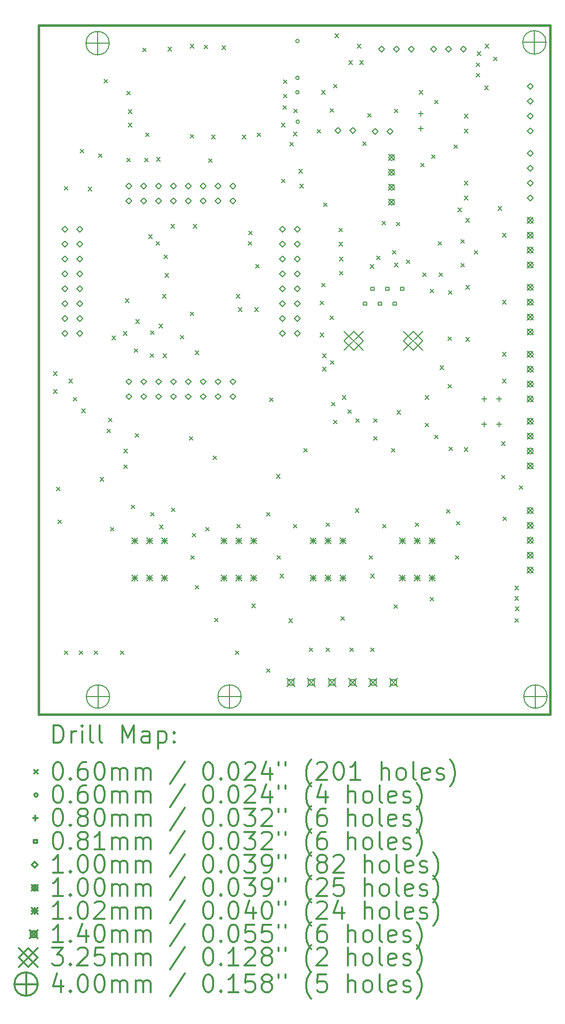
<source format=gbr>
%FSLAX45Y45*%
G04 Gerber Fmt 4.5, Leading zero omitted, Abs format (unit mm)*
G04 Created by KiCad (PCBNEW 4.0.6) date 01/03/18 21:10:15*
%MOMM*%
%LPD*%
G01*
G04 APERTURE LIST*
%ADD10C,0.127000*%
%ADD11C,0.381000*%
%ADD12C,0.200000*%
%ADD13C,0.300000*%
G04 APERTURE END LIST*
D10*
D11*
X17132300Y-16129000D02*
X17132300Y-4368800D01*
X25869900Y-16129000D02*
X17132300Y-16129000D01*
X25869900Y-4368800D02*
X25869900Y-16129000D01*
X17132300Y-4368800D02*
X25869900Y-4368800D01*
D12*
X17381728Y-10282428D02*
X17441672Y-10342372D01*
X17441672Y-10282428D02*
X17381728Y-10342372D01*
X17381728Y-10587228D02*
X17441672Y-10647172D01*
X17441672Y-10587228D02*
X17381728Y-10647172D01*
X17435068Y-12248388D02*
X17495012Y-12308332D01*
X17495012Y-12248388D02*
X17435068Y-12308332D01*
X17457928Y-12809728D02*
X17517872Y-12869672D01*
X17517872Y-12809728D02*
X17457928Y-12869672D01*
X17567148Y-7117588D02*
X17627092Y-7177532D01*
X17627092Y-7117588D02*
X17567148Y-7177532D01*
X17572228Y-15044928D02*
X17632172Y-15104872D01*
X17632172Y-15044928D02*
X17572228Y-15104872D01*
X17648428Y-10409428D02*
X17708372Y-10469372D01*
X17708372Y-10409428D02*
X17648428Y-10469372D01*
X17724628Y-10719308D02*
X17784572Y-10779252D01*
X17784572Y-10719308D02*
X17724628Y-10779252D01*
X17826228Y-15042388D02*
X17886172Y-15102332D01*
X17886172Y-15042388D02*
X17826228Y-15102332D01*
X17838928Y-6485128D02*
X17898872Y-6545072D01*
X17898872Y-6485128D02*
X17838928Y-6545072D01*
X17866868Y-10917428D02*
X17926812Y-10977372D01*
X17926812Y-10917428D02*
X17866868Y-10977372D01*
X17978628Y-7132828D02*
X18038572Y-7192772D01*
X18038572Y-7132828D02*
X17978628Y-7192772D01*
X18075148Y-15042388D02*
X18135092Y-15102332D01*
X18135092Y-15042388D02*
X18075148Y-15102332D01*
X18156428Y-6561328D02*
X18216372Y-6621272D01*
X18216372Y-6561328D02*
X18156428Y-6621272D01*
X18181828Y-12085828D02*
X18241772Y-12145772D01*
X18241772Y-12085828D02*
X18181828Y-12145772D01*
X18245328Y-5291328D02*
X18305272Y-5351272D01*
X18305272Y-5291328D02*
X18245328Y-5351272D01*
X18293588Y-11257788D02*
X18353532Y-11317732D01*
X18353532Y-11257788D02*
X18293588Y-11317732D01*
X18318988Y-11074908D02*
X18378932Y-11134852D01*
X18378932Y-11074908D02*
X18318988Y-11134852D01*
X18359628Y-12936728D02*
X18419572Y-12996672D01*
X18419572Y-12936728D02*
X18359628Y-12996672D01*
X18385028Y-9672828D02*
X18444972Y-9732772D01*
X18444972Y-9672828D02*
X18385028Y-9732772D01*
X18524728Y-15044928D02*
X18584672Y-15104872D01*
X18584672Y-15044928D02*
X18524728Y-15104872D01*
X18575528Y-9596628D02*
X18635472Y-9656572D01*
X18635472Y-9596628D02*
X18575528Y-9656572D01*
X18588228Y-11603228D02*
X18648172Y-11663172D01*
X18648172Y-11603228D02*
X18588228Y-11663172D01*
X18588228Y-11869928D02*
X18648172Y-11929872D01*
X18648172Y-11869928D02*
X18588228Y-11929872D01*
X18613628Y-9037828D02*
X18673572Y-9097772D01*
X18673572Y-9037828D02*
X18613628Y-9097772D01*
X18639028Y-5494528D02*
X18698972Y-5554472D01*
X18698972Y-5494528D02*
X18639028Y-5554472D01*
X18639028Y-6637528D02*
X18698972Y-6697472D01*
X18698972Y-6637528D02*
X18639028Y-6697472D01*
X18664428Y-5812028D02*
X18724372Y-5871972D01*
X18724372Y-5812028D02*
X18664428Y-5871972D01*
X18664428Y-6040628D02*
X18724372Y-6100572D01*
X18724372Y-6040628D02*
X18664428Y-6100572D01*
X18715228Y-12555728D02*
X18775172Y-12615672D01*
X18775172Y-12555728D02*
X18715228Y-12615672D01*
X18766028Y-9886188D02*
X18825972Y-9946132D01*
X18825972Y-9886188D02*
X18766028Y-9946132D01*
X18781268Y-11339068D02*
X18841212Y-11399012D01*
X18841212Y-11339068D02*
X18781268Y-11399012D01*
X18791428Y-9393428D02*
X18851372Y-9453372D01*
X18851372Y-9393428D02*
X18791428Y-9453372D01*
X18905728Y-4757928D02*
X18965672Y-4817872D01*
X18965672Y-4757928D02*
X18905728Y-4817872D01*
X18943828Y-6637528D02*
X19003772Y-6697472D01*
X19003772Y-6637528D02*
X18943828Y-6697472D01*
X18959068Y-6203188D02*
X19019012Y-6263132D01*
X19019012Y-6203188D02*
X18959068Y-6263132D01*
X19007328Y-7945628D02*
X19067272Y-8005572D01*
X19067272Y-7945628D02*
X19007328Y-8005572D01*
X19030188Y-9972548D02*
X19090132Y-10032492D01*
X19090132Y-9972548D02*
X19030188Y-10032492D01*
X19045428Y-9583928D02*
X19105372Y-9643872D01*
X19105372Y-9583928D02*
X19045428Y-9643872D01*
X19045428Y-12682728D02*
X19105372Y-12742672D01*
X19105372Y-12682728D02*
X19045428Y-12742672D01*
X19134328Y-8059928D02*
X19194272Y-8119872D01*
X19194272Y-8059928D02*
X19134328Y-8119872D01*
X19147028Y-6624828D02*
X19206972Y-6684772D01*
X19206972Y-6624828D02*
X19147028Y-6684772D01*
X19185128Y-9469628D02*
X19245072Y-9529572D01*
X19245072Y-9469628D02*
X19185128Y-9529572D01*
X19197828Y-12898628D02*
X19257772Y-12958572D01*
X19257772Y-12898628D02*
X19197828Y-12958572D01*
X19248628Y-8961628D02*
X19308572Y-9021572D01*
X19308572Y-8961628D02*
X19248628Y-9021572D01*
X19253708Y-9977628D02*
X19313652Y-10037572D01*
X19313652Y-9977628D02*
X19253708Y-10037572D01*
X19274028Y-8288528D02*
X19333972Y-8348472D01*
X19333972Y-8288528D02*
X19274028Y-8348472D01*
X19286728Y-8606028D02*
X19346672Y-8665972D01*
X19346672Y-8606028D02*
X19286728Y-8665972D01*
X19337528Y-4745228D02*
X19397472Y-4805172D01*
X19397472Y-4745228D02*
X19337528Y-4805172D01*
X19388328Y-7767828D02*
X19448272Y-7827772D01*
X19448272Y-7767828D02*
X19388328Y-7827772D01*
X19401028Y-12606528D02*
X19460972Y-12666472D01*
X19460972Y-12606528D02*
X19401028Y-12666472D01*
X19553428Y-9660128D02*
X19613372Y-9720072D01*
X19613372Y-9660128D02*
X19553428Y-9720072D01*
X19705828Y-11387328D02*
X19765772Y-11447272D01*
X19765772Y-11387328D02*
X19705828Y-11447272D01*
X19715988Y-9261348D02*
X19775932Y-9321292D01*
X19775932Y-9261348D02*
X19715988Y-9321292D01*
X19718528Y-4694428D02*
X19778472Y-4754372D01*
X19778472Y-4694428D02*
X19718528Y-4754372D01*
X19718528Y-6231128D02*
X19778472Y-6291072D01*
X19778472Y-6231128D02*
X19718528Y-6291072D01*
X19731228Y-13419328D02*
X19791172Y-13479272D01*
X19791172Y-13419328D02*
X19731228Y-13479272D01*
X19756628Y-13038328D02*
X19816572Y-13098272D01*
X19816572Y-13038328D02*
X19756628Y-13098272D01*
X19769328Y-7767828D02*
X19829272Y-7827772D01*
X19829272Y-7767828D02*
X19769328Y-7827772D01*
X19807428Y-9926828D02*
X19867372Y-9986772D01*
X19867372Y-9926828D02*
X19807428Y-9986772D01*
X19807428Y-13927328D02*
X19867372Y-13987272D01*
X19867372Y-13927328D02*
X19807428Y-13987272D01*
X19959828Y-4707128D02*
X20019772Y-4767072D01*
X20019772Y-4707128D02*
X19959828Y-4767072D01*
X19985228Y-12936728D02*
X20045172Y-12996672D01*
X20045172Y-12936728D02*
X19985228Y-12996672D01*
X20036028Y-6645148D02*
X20095972Y-6705092D01*
X20095972Y-6645148D02*
X20036028Y-6705092D01*
X20086828Y-6243828D02*
X20146772Y-6303772D01*
X20146772Y-6243828D02*
X20086828Y-6303772D01*
X20112228Y-11717528D02*
X20172172Y-11777472D01*
X20172172Y-11717528D02*
X20112228Y-11777472D01*
X20137628Y-14486128D02*
X20197572Y-14546072D01*
X20197572Y-14486128D02*
X20137628Y-14546072D01*
X20259548Y-4719828D02*
X20319492Y-4779772D01*
X20319492Y-4719828D02*
X20259548Y-4779772D01*
X20493228Y-15044928D02*
X20553172Y-15104872D01*
X20553172Y-15044928D02*
X20493228Y-15104872D01*
X20505928Y-8961628D02*
X20565872Y-9021572D01*
X20565872Y-8961628D02*
X20505928Y-9021572D01*
X20518628Y-12885928D02*
X20578572Y-12945872D01*
X20578572Y-12885928D02*
X20518628Y-12945872D01*
X20544028Y-9190228D02*
X20603972Y-9250172D01*
X20603972Y-9190228D02*
X20544028Y-9250172D01*
X20607528Y-6243828D02*
X20667472Y-6303772D01*
X20667472Y-6243828D02*
X20607528Y-6303772D01*
X20709128Y-8059928D02*
X20769072Y-8119872D01*
X20769072Y-8059928D02*
X20709128Y-8119872D01*
X20721828Y-7882128D02*
X20781772Y-7942072D01*
X20781772Y-7882128D02*
X20721828Y-7942072D01*
X20772628Y-14244828D02*
X20832572Y-14304772D01*
X20832572Y-14244828D02*
X20772628Y-14304772D01*
X20823428Y-9190228D02*
X20883372Y-9250172D01*
X20883372Y-9190228D02*
X20823428Y-9250172D01*
X20838668Y-8448548D02*
X20898612Y-8508492D01*
X20898612Y-8448548D02*
X20838668Y-8508492D01*
X20861528Y-6205728D02*
X20921472Y-6265672D01*
X20921472Y-6205728D02*
X20861528Y-6265672D01*
X21026628Y-12682728D02*
X21086572Y-12742672D01*
X21086572Y-12682728D02*
X21026628Y-12742672D01*
X21026628Y-15349728D02*
X21086572Y-15409672D01*
X21086572Y-15349728D02*
X21026628Y-15409672D01*
X21077428Y-10726928D02*
X21137372Y-10786872D01*
X21137372Y-10726928D02*
X21077428Y-10786872D01*
X21191728Y-12035028D02*
X21251672Y-12094972D01*
X21251672Y-12035028D02*
X21191728Y-12094972D01*
X21204428Y-13419328D02*
X21264372Y-13479272D01*
X21264372Y-13419328D02*
X21204428Y-13479272D01*
X21255228Y-13736828D02*
X21315172Y-13796772D01*
X21315172Y-13736828D02*
X21255228Y-13796772D01*
X21280628Y-6040628D02*
X21340572Y-6100572D01*
X21340572Y-6040628D02*
X21280628Y-6100572D01*
X21280628Y-6990588D02*
X21340572Y-7050532D01*
X21340572Y-6990588D02*
X21280628Y-7050532D01*
X21306028Y-5740908D02*
X21365972Y-5800852D01*
X21365972Y-5740908D02*
X21306028Y-5800852D01*
X21311108Y-5298948D02*
X21371052Y-5358892D01*
X21371052Y-5298948D02*
X21311108Y-5358892D01*
X21311108Y-5542788D02*
X21371052Y-5602732D01*
X21371052Y-5542788D02*
X21311108Y-5602732D01*
X21407628Y-14498828D02*
X21467572Y-14558772D01*
X21467572Y-14498828D02*
X21407628Y-14558772D01*
X21417788Y-6365748D02*
X21477732Y-6425692D01*
X21477732Y-6365748D02*
X21417788Y-6425692D01*
X21483828Y-6193028D02*
X21543772Y-6252972D01*
X21543772Y-6193028D02*
X21483828Y-6252972D01*
X21483828Y-12885928D02*
X21543772Y-12945872D01*
X21543772Y-12885928D02*
X21483828Y-12945872D01*
X21488908Y-5796788D02*
X21548852Y-5856732D01*
X21548852Y-5796788D02*
X21488908Y-5856732D01*
X21572728Y-6828028D02*
X21632672Y-6887972D01*
X21632672Y-6828028D02*
X21572728Y-6887972D01*
X21590508Y-7082028D02*
X21650452Y-7141972D01*
X21650452Y-7082028D02*
X21590508Y-7141972D01*
X21661628Y-11590528D02*
X21721572Y-11650472D01*
X21721572Y-11590528D02*
X21661628Y-11650472D01*
X21750528Y-14994128D02*
X21810472Y-15054072D01*
X21810472Y-14994128D02*
X21750528Y-15054072D01*
X21890228Y-6147308D02*
X21950172Y-6207252D01*
X21950172Y-6147308D02*
X21890228Y-6207252D01*
X21941028Y-9075928D02*
X22000972Y-9135872D01*
X22000972Y-9075928D02*
X21941028Y-9135872D01*
X21941028Y-9622028D02*
X22000972Y-9681972D01*
X22000972Y-9622028D02*
X21941028Y-9681972D01*
X21966428Y-5481828D02*
X22026372Y-5541772D01*
X22026372Y-5481828D02*
X21966428Y-5541772D01*
X21966428Y-8771128D02*
X22026372Y-8831072D01*
X22026372Y-8771128D02*
X21966428Y-8831072D01*
X21979128Y-9977628D02*
X22039072Y-10037572D01*
X22039072Y-9977628D02*
X21979128Y-10037572D01*
X21979128Y-10206228D02*
X22039072Y-10266172D01*
X22039072Y-10206228D02*
X21979128Y-10266172D01*
X21996908Y-7396988D02*
X22056852Y-7456932D01*
X22056852Y-7396988D02*
X21996908Y-7456932D01*
X22042628Y-12860528D02*
X22102572Y-12920472D01*
X22102572Y-12860528D02*
X22042628Y-12920472D01*
X22042628Y-14994128D02*
X22102572Y-15054072D01*
X22102572Y-14994128D02*
X22042628Y-15054072D01*
X22106128Y-9329928D02*
X22166072Y-9389872D01*
X22166072Y-9329928D02*
X22106128Y-9389872D01*
X22108668Y-5791708D02*
X22168612Y-5851652D01*
X22168612Y-5791708D02*
X22108668Y-5851652D01*
X22118828Y-10091928D02*
X22178772Y-10151872D01*
X22178772Y-10091928D02*
X22118828Y-10151872D01*
X22131528Y-10803128D02*
X22191472Y-10863072D01*
X22191472Y-10803128D02*
X22131528Y-10863072D01*
X22164548Y-11105388D02*
X22224492Y-11165332D01*
X22224492Y-11105388D02*
X22164548Y-11165332D01*
X22169628Y-5375148D02*
X22229572Y-5435092D01*
X22229572Y-5375148D02*
X22169628Y-5435092D01*
X22195028Y-4516628D02*
X22254972Y-4576572D01*
X22254972Y-4516628D02*
X22195028Y-4576572D01*
X22258528Y-7831328D02*
X22318472Y-7891272D01*
X22318472Y-7831328D02*
X22258528Y-7891272D01*
X22258528Y-8072628D02*
X22318472Y-8132572D01*
X22318472Y-8072628D02*
X22258528Y-8132572D01*
X22271228Y-8326628D02*
X22331172Y-8386572D01*
X22331172Y-8326628D02*
X22271228Y-8386572D01*
X22271228Y-8567928D02*
X22331172Y-8627872D01*
X22331172Y-8567928D02*
X22271228Y-8627872D01*
X22296628Y-14460728D02*
X22356572Y-14520672D01*
X22356572Y-14460728D02*
X22296628Y-14520672D01*
X22322028Y-10688828D02*
X22381972Y-10748772D01*
X22381972Y-10688828D02*
X22322028Y-10748772D01*
X22410928Y-10930128D02*
X22470872Y-10990072D01*
X22470872Y-10930128D02*
X22410928Y-10990072D01*
X22428708Y-4973828D02*
X22488652Y-5033772D01*
X22488652Y-4973828D02*
X22428708Y-5033772D01*
X22449028Y-14994128D02*
X22508972Y-15054072D01*
X22508972Y-14994128D02*
X22449028Y-15054072D01*
X22537928Y-12619228D02*
X22597872Y-12679172D01*
X22597872Y-12619228D02*
X22537928Y-12679172D01*
X22550628Y-11082528D02*
X22610572Y-11142472D01*
X22610572Y-11082528D02*
X22550628Y-11142472D01*
X22576028Y-4694428D02*
X22635972Y-4754372D01*
X22635972Y-4694428D02*
X22576028Y-4754372D01*
X22614128Y-4973828D02*
X22674072Y-5033772D01*
X22674072Y-4973828D02*
X22614128Y-5033772D01*
X22662388Y-6360668D02*
X22722332Y-6420612D01*
X22722332Y-6360668D02*
X22662388Y-6420612D01*
X22753828Y-5878068D02*
X22813772Y-5938012D01*
X22813772Y-5878068D02*
X22753828Y-5938012D01*
X22779228Y-13419328D02*
X22839172Y-13479272D01*
X22839172Y-13419328D02*
X22779228Y-13479272D01*
X22794468Y-8453628D02*
X22854412Y-8513572D01*
X22854412Y-8453628D02*
X22794468Y-8513572D01*
X22804628Y-13736828D02*
X22864572Y-13796772D01*
X22864572Y-13736828D02*
X22804628Y-13796772D01*
X22804628Y-14994128D02*
X22864572Y-15054072D01*
X22864572Y-14994128D02*
X22804628Y-15054072D01*
X22855428Y-11082528D02*
X22915372Y-11142472D01*
X22915372Y-11082528D02*
X22855428Y-11142472D01*
X22855428Y-11387328D02*
X22915372Y-11447272D01*
X22915372Y-11387328D02*
X22855428Y-11447272D01*
X22906228Y-8306308D02*
X22966172Y-8366252D01*
X22966172Y-8306308D02*
X22906228Y-8366252D01*
X22997668Y-7711948D02*
X23057612Y-7771892D01*
X23057612Y-7711948D02*
X22997668Y-7771892D01*
X23007828Y-12885928D02*
X23067772Y-12945872D01*
X23067772Y-12885928D02*
X23007828Y-12945872D01*
X23160228Y-11590528D02*
X23220172Y-11650472D01*
X23220172Y-11590528D02*
X23160228Y-11650472D01*
X23175468Y-8214868D02*
X23235412Y-8274812D01*
X23235412Y-8214868D02*
X23175468Y-8274812D01*
X23198328Y-14257528D02*
X23258272Y-14317472D01*
X23258272Y-14257528D02*
X23198328Y-14317472D01*
X23205948Y-5796788D02*
X23265892Y-5856732D01*
X23265892Y-5796788D02*
X23205948Y-5856732D01*
X23205948Y-8428228D02*
X23265892Y-8488172D01*
X23265892Y-8428228D02*
X23205948Y-8488172D01*
X23241508Y-7732268D02*
X23301452Y-7792212D01*
X23301452Y-7732268D02*
X23241508Y-7792212D01*
X23249128Y-10942828D02*
X23309072Y-11002772D01*
X23309072Y-10942828D02*
X23249128Y-11002772D01*
X23414228Y-8372348D02*
X23474172Y-8432292D01*
X23474172Y-8372348D02*
X23414228Y-8432292D01*
X23566628Y-12860528D02*
X23626572Y-12920472D01*
X23626572Y-12860528D02*
X23566628Y-12920472D01*
X23630128Y-5481828D02*
X23690072Y-5541772D01*
X23690072Y-5481828D02*
X23630128Y-5541772D01*
X23652988Y-6721348D02*
X23712932Y-6781292D01*
X23712932Y-6721348D02*
X23652988Y-6781292D01*
X23688548Y-8595868D02*
X23748492Y-8655812D01*
X23748492Y-8595868D02*
X23688548Y-8655812D01*
X23731728Y-10688828D02*
X23791672Y-10748772D01*
X23791672Y-10688828D02*
X23731728Y-10748772D01*
X23731728Y-11158728D02*
X23791672Y-11218672D01*
X23791672Y-11158728D02*
X23731728Y-11218672D01*
X23815548Y-8875268D02*
X23875492Y-8935212D01*
X23875492Y-8875268D02*
X23815548Y-8935212D01*
X23820628Y-14130528D02*
X23880572Y-14190472D01*
X23880572Y-14130528D02*
X23820628Y-14190472D01*
X23843488Y-6576568D02*
X23903432Y-6636512D01*
X23903432Y-6576568D02*
X23843488Y-6636512D01*
X23896828Y-5646928D02*
X23956772Y-5706872D01*
X23956772Y-5646928D02*
X23896828Y-5706872D01*
X23896828Y-11361928D02*
X23956772Y-11421872D01*
X23956772Y-11361928D02*
X23896828Y-11421872D01*
X23952708Y-8057388D02*
X24012652Y-8117332D01*
X24012652Y-8057388D02*
X23952708Y-8117332D01*
X23973028Y-8590788D02*
X24032972Y-8650732D01*
X24032972Y-8590788D02*
X23973028Y-8650732D01*
X23985728Y-10180828D02*
X24045672Y-10240772D01*
X24045672Y-10180828D02*
X23985728Y-10240772D01*
X24100028Y-12631928D02*
X24159972Y-12691872D01*
X24159972Y-12631928D02*
X24100028Y-12691872D01*
X24125428Y-9685528D02*
X24185372Y-9745472D01*
X24185372Y-9685528D02*
X24125428Y-9745472D01*
X24125428Y-10498328D02*
X24185372Y-10558272D01*
X24185372Y-10498328D02*
X24125428Y-10558272D01*
X24130508Y-8900668D02*
X24190452Y-8960612D01*
X24190452Y-8900668D02*
X24130508Y-8960612D01*
X24138128Y-11565128D02*
X24198072Y-11625072D01*
X24198072Y-11565128D02*
X24138128Y-11625072D01*
X24227028Y-6408928D02*
X24286972Y-6468872D01*
X24286972Y-6408928D02*
X24227028Y-6468872D01*
X24252428Y-13419328D02*
X24312372Y-13479272D01*
X24312372Y-13419328D02*
X24252428Y-13479272D01*
X24265128Y-12835128D02*
X24325072Y-12895072D01*
X24325072Y-12835128D02*
X24265128Y-12895072D01*
X24290528Y-7488428D02*
X24350472Y-7548372D01*
X24350472Y-7488428D02*
X24290528Y-7548372D01*
X24342598Y-8429498D02*
X24402542Y-8489442D01*
X24402542Y-8429498D02*
X24342598Y-8489442D01*
X24343868Y-8026908D02*
X24403812Y-8086852D01*
X24403812Y-8026908D02*
X24343868Y-8086852D01*
X24404828Y-5888228D02*
X24464772Y-5948172D01*
X24464772Y-5888228D02*
X24404828Y-5948172D01*
X24404828Y-6142228D02*
X24464772Y-6202172D01*
X24464772Y-6142228D02*
X24404828Y-6202172D01*
X24404828Y-7031228D02*
X24464772Y-7091172D01*
X24464772Y-7031228D02*
X24404828Y-7091172D01*
X24404828Y-7285228D02*
X24464772Y-7345172D01*
X24464772Y-7285228D02*
X24404828Y-7345172D01*
X24404828Y-11577828D02*
X24464772Y-11637772D01*
X24464772Y-11577828D02*
X24404828Y-11637772D01*
X24430228Y-7666228D02*
X24490172Y-7726172D01*
X24490172Y-7666228D02*
X24430228Y-7726172D01*
X24430228Y-8809228D02*
X24490172Y-8869172D01*
X24490172Y-8809228D02*
X24430228Y-8869172D01*
X24430228Y-9698228D02*
X24490172Y-9758172D01*
X24490172Y-9698228D02*
X24430228Y-9758172D01*
X24569928Y-8212328D02*
X24629872Y-8272272D01*
X24629872Y-8212328D02*
X24569928Y-8272272D01*
X24608028Y-5011928D02*
X24667972Y-5071872D01*
X24667972Y-5011928D02*
X24608028Y-5071872D01*
X24608028Y-5189728D02*
X24667972Y-5249672D01*
X24667972Y-5189728D02*
X24608028Y-5249672D01*
X24620728Y-4821428D02*
X24680672Y-4881372D01*
X24680672Y-4821428D02*
X24620728Y-4881372D01*
X24747728Y-5405628D02*
X24807672Y-5465572D01*
X24807672Y-5405628D02*
X24747728Y-5465572D01*
X24760428Y-4694428D02*
X24820372Y-4754372D01*
X24820372Y-4694428D02*
X24760428Y-4754372D01*
X24900128Y-4910328D02*
X24960072Y-4970272D01*
X24960072Y-4910328D02*
X24900128Y-4970272D01*
X24976328Y-7463028D02*
X25036272Y-7522972D01*
X25036272Y-7463028D02*
X24976328Y-7522972D01*
X25039828Y-11476228D02*
X25099772Y-11536172D01*
X25099772Y-11476228D02*
X25039828Y-11536172D01*
X25039828Y-12047728D02*
X25099772Y-12107672D01*
X25099772Y-12047728D02*
X25039828Y-12107672D01*
X25052528Y-7920228D02*
X25112472Y-7980172D01*
X25112472Y-7920228D02*
X25052528Y-7980172D01*
X25052528Y-9063228D02*
X25112472Y-9123172D01*
X25112472Y-9063228D02*
X25052528Y-9123172D01*
X25052528Y-9952228D02*
X25112472Y-10012172D01*
X25112472Y-9952228D02*
X25052528Y-10012172D01*
X25052528Y-10409428D02*
X25112472Y-10469372D01*
X25112472Y-10409428D02*
X25052528Y-10469372D01*
X25065228Y-12758928D02*
X25125172Y-12818872D01*
X25125172Y-12758928D02*
X25065228Y-12818872D01*
X25268428Y-13940028D02*
X25328372Y-13999972D01*
X25328372Y-13940028D02*
X25268428Y-13999972D01*
X25268428Y-14117828D02*
X25328372Y-14177772D01*
X25328372Y-14117828D02*
X25268428Y-14177772D01*
X25268428Y-14493748D02*
X25328372Y-14553692D01*
X25328372Y-14493748D02*
X25268428Y-14553692D01*
X25273508Y-14295628D02*
X25333452Y-14355572D01*
X25333452Y-14295628D02*
X25273508Y-14355572D01*
X25344628Y-12225528D02*
X25404572Y-12285472D01*
X25404572Y-12225528D02*
X25344628Y-12285472D01*
X21579360Y-4638040D02*
G75*
G03X21579360Y-4638040I-30000J0D01*
G01*
X21579360Y-5265420D02*
G75*
G03X21579360Y-5265420I-30000J0D01*
G01*
X21579360Y-5511800D02*
G75*
G03X21579360Y-5511800I-30000J0D01*
G01*
X21584440Y-6014720D02*
G75*
G03X21584440Y-6014720I-30000J0D01*
G01*
X23657560Y-5837555D02*
X23657560Y-5917565D01*
X23617555Y-5877560D02*
X23697565Y-5877560D01*
X23657560Y-6091555D02*
X23657560Y-6171565D01*
X23617555Y-6131560D02*
X23697565Y-6131560D01*
X24739600Y-10704195D02*
X24739600Y-10784205D01*
X24699595Y-10744200D02*
X24779605Y-10744200D01*
X24739600Y-11135995D02*
X24739600Y-11216005D01*
X24699595Y-11176000D02*
X24779605Y-11176000D01*
X24993600Y-10704195D02*
X24993600Y-10784205D01*
X24953595Y-10744200D02*
X25033605Y-10744200D01*
X24993600Y-11135995D02*
X24993600Y-11216005D01*
X24953595Y-11176000D02*
X25033605Y-11176000D01*
X22729987Y-9147337D02*
X22729987Y-9089863D01*
X22672513Y-9089863D01*
X22672513Y-9147337D01*
X22729987Y-9147337D01*
X22856987Y-8893337D02*
X22856987Y-8835863D01*
X22799513Y-8835863D01*
X22799513Y-8893337D01*
X22856987Y-8893337D01*
X22983987Y-9147337D02*
X22983987Y-9089863D01*
X22926513Y-9089863D01*
X22926513Y-9147337D01*
X22983987Y-9147337D01*
X23110987Y-8893337D02*
X23110987Y-8835863D01*
X23053513Y-8835863D01*
X23053513Y-8893337D01*
X23110987Y-8893337D01*
X23237987Y-9147337D02*
X23237987Y-9089863D01*
X23180513Y-9089863D01*
X23180513Y-9147337D01*
X23237987Y-9147337D01*
X23364987Y-8893337D02*
X23364987Y-8835863D01*
X23307513Y-8835863D01*
X23307513Y-8893337D01*
X23364987Y-8893337D01*
X17576800Y-7898600D02*
X17626800Y-7848600D01*
X17576800Y-7798600D01*
X17526800Y-7848600D01*
X17576800Y-7898600D01*
X17576800Y-8152600D02*
X17626800Y-8102600D01*
X17576800Y-8052600D01*
X17526800Y-8102600D01*
X17576800Y-8152600D01*
X17576800Y-8406600D02*
X17626800Y-8356600D01*
X17576800Y-8306600D01*
X17526800Y-8356600D01*
X17576800Y-8406600D01*
X17576800Y-8660600D02*
X17626800Y-8610600D01*
X17576800Y-8560600D01*
X17526800Y-8610600D01*
X17576800Y-8660600D01*
X17576800Y-8914600D02*
X17626800Y-8864600D01*
X17576800Y-8814600D01*
X17526800Y-8864600D01*
X17576800Y-8914600D01*
X17576800Y-9168600D02*
X17626800Y-9118600D01*
X17576800Y-9068600D01*
X17526800Y-9118600D01*
X17576800Y-9168600D01*
X17576800Y-9422600D02*
X17626800Y-9372600D01*
X17576800Y-9322600D01*
X17526800Y-9372600D01*
X17576800Y-9422600D01*
X17576800Y-9676600D02*
X17626800Y-9626600D01*
X17576800Y-9576600D01*
X17526800Y-9626600D01*
X17576800Y-9676600D01*
X17830800Y-7898600D02*
X17880800Y-7848600D01*
X17830800Y-7798600D01*
X17780800Y-7848600D01*
X17830800Y-7898600D01*
X17830800Y-8152600D02*
X17880800Y-8102600D01*
X17830800Y-8052600D01*
X17780800Y-8102600D01*
X17830800Y-8152600D01*
X17830800Y-8406600D02*
X17880800Y-8356600D01*
X17830800Y-8306600D01*
X17780800Y-8356600D01*
X17830800Y-8406600D01*
X17830800Y-8660600D02*
X17880800Y-8610600D01*
X17830800Y-8560600D01*
X17780800Y-8610600D01*
X17830800Y-8660600D01*
X17830800Y-8914600D02*
X17880800Y-8864600D01*
X17830800Y-8814600D01*
X17780800Y-8864600D01*
X17830800Y-8914600D01*
X17830800Y-9168600D02*
X17880800Y-9118600D01*
X17830800Y-9068600D01*
X17780800Y-9118600D01*
X17830800Y-9168600D01*
X17830800Y-9422600D02*
X17880800Y-9372600D01*
X17830800Y-9322600D01*
X17780800Y-9372600D01*
X17830800Y-9422600D01*
X17830800Y-9676600D02*
X17880800Y-9626600D01*
X17830800Y-9576600D01*
X17780800Y-9626600D01*
X17830800Y-9676600D01*
X18669000Y-7162000D02*
X18719000Y-7112000D01*
X18669000Y-7062000D01*
X18619000Y-7112000D01*
X18669000Y-7162000D01*
X18669000Y-7416000D02*
X18719000Y-7366000D01*
X18669000Y-7316000D01*
X18619000Y-7366000D01*
X18669000Y-7416000D01*
X18669000Y-10502100D02*
X18719000Y-10452100D01*
X18669000Y-10402100D01*
X18619000Y-10452100D01*
X18669000Y-10502100D01*
X18669000Y-10756100D02*
X18719000Y-10706100D01*
X18669000Y-10656100D01*
X18619000Y-10706100D01*
X18669000Y-10756100D01*
X18923000Y-7162000D02*
X18973000Y-7112000D01*
X18923000Y-7062000D01*
X18873000Y-7112000D01*
X18923000Y-7162000D01*
X18923000Y-7416000D02*
X18973000Y-7366000D01*
X18923000Y-7316000D01*
X18873000Y-7366000D01*
X18923000Y-7416000D01*
X18923000Y-10502100D02*
X18973000Y-10452100D01*
X18923000Y-10402100D01*
X18873000Y-10452100D01*
X18923000Y-10502100D01*
X18923000Y-10756100D02*
X18973000Y-10706100D01*
X18923000Y-10656100D01*
X18873000Y-10706100D01*
X18923000Y-10756100D01*
X19177000Y-7162000D02*
X19227000Y-7112000D01*
X19177000Y-7062000D01*
X19127000Y-7112000D01*
X19177000Y-7162000D01*
X19177000Y-7416000D02*
X19227000Y-7366000D01*
X19177000Y-7316000D01*
X19127000Y-7366000D01*
X19177000Y-7416000D01*
X19177000Y-10502100D02*
X19227000Y-10452100D01*
X19177000Y-10402100D01*
X19127000Y-10452100D01*
X19177000Y-10502100D01*
X19177000Y-10756100D02*
X19227000Y-10706100D01*
X19177000Y-10656100D01*
X19127000Y-10706100D01*
X19177000Y-10756100D01*
X19431000Y-7162000D02*
X19481000Y-7112000D01*
X19431000Y-7062000D01*
X19381000Y-7112000D01*
X19431000Y-7162000D01*
X19431000Y-7416000D02*
X19481000Y-7366000D01*
X19431000Y-7316000D01*
X19381000Y-7366000D01*
X19431000Y-7416000D01*
X19431000Y-10502100D02*
X19481000Y-10452100D01*
X19431000Y-10402100D01*
X19381000Y-10452100D01*
X19431000Y-10502100D01*
X19431000Y-10756100D02*
X19481000Y-10706100D01*
X19431000Y-10656100D01*
X19381000Y-10706100D01*
X19431000Y-10756100D01*
X19685000Y-7162000D02*
X19735000Y-7112000D01*
X19685000Y-7062000D01*
X19635000Y-7112000D01*
X19685000Y-7162000D01*
X19685000Y-7416000D02*
X19735000Y-7366000D01*
X19685000Y-7316000D01*
X19635000Y-7366000D01*
X19685000Y-7416000D01*
X19685000Y-10502100D02*
X19735000Y-10452100D01*
X19685000Y-10402100D01*
X19635000Y-10452100D01*
X19685000Y-10502100D01*
X19685000Y-10756100D02*
X19735000Y-10706100D01*
X19685000Y-10656100D01*
X19635000Y-10706100D01*
X19685000Y-10756100D01*
X19939000Y-7162000D02*
X19989000Y-7112000D01*
X19939000Y-7062000D01*
X19889000Y-7112000D01*
X19939000Y-7162000D01*
X19939000Y-7416000D02*
X19989000Y-7366000D01*
X19939000Y-7316000D01*
X19889000Y-7366000D01*
X19939000Y-7416000D01*
X19939000Y-10502100D02*
X19989000Y-10452100D01*
X19939000Y-10402100D01*
X19889000Y-10452100D01*
X19939000Y-10502100D01*
X19939000Y-10756100D02*
X19989000Y-10706100D01*
X19939000Y-10656100D01*
X19889000Y-10706100D01*
X19939000Y-10756100D01*
X20193000Y-7162000D02*
X20243000Y-7112000D01*
X20193000Y-7062000D01*
X20143000Y-7112000D01*
X20193000Y-7162000D01*
X20193000Y-7416000D02*
X20243000Y-7366000D01*
X20193000Y-7316000D01*
X20143000Y-7366000D01*
X20193000Y-7416000D01*
X20193000Y-10502100D02*
X20243000Y-10452100D01*
X20193000Y-10402100D01*
X20143000Y-10452100D01*
X20193000Y-10502100D01*
X20193000Y-10756100D02*
X20243000Y-10706100D01*
X20193000Y-10656100D01*
X20143000Y-10706100D01*
X20193000Y-10756100D01*
X20447000Y-7162000D02*
X20497000Y-7112000D01*
X20447000Y-7062000D01*
X20397000Y-7112000D01*
X20447000Y-7162000D01*
X20447000Y-7416000D02*
X20497000Y-7366000D01*
X20447000Y-7316000D01*
X20397000Y-7366000D01*
X20447000Y-7416000D01*
X20447000Y-10502100D02*
X20497000Y-10452100D01*
X20447000Y-10402100D01*
X20397000Y-10452100D01*
X20447000Y-10502100D01*
X20447000Y-10756100D02*
X20497000Y-10706100D01*
X20447000Y-10656100D01*
X20397000Y-10706100D01*
X20447000Y-10756100D01*
X21297646Y-7898600D02*
X21347646Y-7848600D01*
X21297646Y-7798600D01*
X21247646Y-7848600D01*
X21297646Y-7898600D01*
X21297646Y-8152600D02*
X21347646Y-8102600D01*
X21297646Y-8052600D01*
X21247646Y-8102600D01*
X21297646Y-8152600D01*
X21297646Y-8406600D02*
X21347646Y-8356600D01*
X21297646Y-8306600D01*
X21247646Y-8356600D01*
X21297646Y-8406600D01*
X21297646Y-8660600D02*
X21347646Y-8610600D01*
X21297646Y-8560600D01*
X21247646Y-8610600D01*
X21297646Y-8660600D01*
X21297646Y-8914600D02*
X21347646Y-8864600D01*
X21297646Y-8814600D01*
X21247646Y-8864600D01*
X21297646Y-8914600D01*
X21297646Y-9168600D02*
X21347646Y-9118600D01*
X21297646Y-9068600D01*
X21247646Y-9118600D01*
X21297646Y-9168600D01*
X21297646Y-9422600D02*
X21347646Y-9372600D01*
X21297646Y-9322600D01*
X21247646Y-9372600D01*
X21297646Y-9422600D01*
X21297646Y-9676600D02*
X21347646Y-9626600D01*
X21297646Y-9576600D01*
X21247646Y-9626600D01*
X21297646Y-9676600D01*
X21551646Y-7898600D02*
X21601646Y-7848600D01*
X21551646Y-7798600D01*
X21501646Y-7848600D01*
X21551646Y-7898600D01*
X21551646Y-8152600D02*
X21601646Y-8102600D01*
X21551646Y-8052600D01*
X21501646Y-8102600D01*
X21551646Y-8152600D01*
X21551646Y-8406600D02*
X21601646Y-8356600D01*
X21551646Y-8306600D01*
X21501646Y-8356600D01*
X21551646Y-8406600D01*
X21551646Y-8660600D02*
X21601646Y-8610600D01*
X21551646Y-8560600D01*
X21501646Y-8610600D01*
X21551646Y-8660600D01*
X21551646Y-8914600D02*
X21601646Y-8864600D01*
X21551646Y-8814600D01*
X21501646Y-8864600D01*
X21551646Y-8914600D01*
X21551646Y-9168600D02*
X21601646Y-9118600D01*
X21551646Y-9068600D01*
X21501646Y-9118600D01*
X21551646Y-9168600D01*
X21551646Y-9422600D02*
X21601646Y-9372600D01*
X21551646Y-9322600D01*
X21501646Y-9372600D01*
X21551646Y-9422600D01*
X21551646Y-9676600D02*
X21601646Y-9626600D01*
X21551646Y-9576600D01*
X21501646Y-9626600D01*
X21551646Y-9676600D01*
X22245320Y-6217120D02*
X22295320Y-6167120D01*
X22245320Y-6117120D01*
X22195320Y-6167120D01*
X22245320Y-6217120D01*
X22499320Y-6217120D02*
X22549320Y-6167120D01*
X22499320Y-6117120D01*
X22449320Y-6167120D01*
X22499320Y-6217120D01*
X22880320Y-6232360D02*
X22930320Y-6182360D01*
X22880320Y-6132360D01*
X22830320Y-6182360D01*
X22880320Y-6232360D01*
X22987000Y-4825200D02*
X23037000Y-4775200D01*
X22987000Y-4725200D01*
X22937000Y-4775200D01*
X22987000Y-4825200D01*
X23134320Y-6232360D02*
X23184320Y-6182360D01*
X23134320Y-6132360D01*
X23084320Y-6182360D01*
X23134320Y-6232360D01*
X23241000Y-4825200D02*
X23291000Y-4775200D01*
X23241000Y-4725200D01*
X23191000Y-4775200D01*
X23241000Y-4825200D01*
X23495000Y-4825200D02*
X23545000Y-4775200D01*
X23495000Y-4725200D01*
X23445000Y-4775200D01*
X23495000Y-4825200D01*
X23876000Y-4825200D02*
X23926000Y-4775200D01*
X23876000Y-4725200D01*
X23826000Y-4775200D01*
X23876000Y-4825200D01*
X24130000Y-4825200D02*
X24180000Y-4775200D01*
X24130000Y-4725200D01*
X24080000Y-4775200D01*
X24130000Y-4825200D01*
X24384000Y-4825200D02*
X24434000Y-4775200D01*
X24384000Y-4725200D01*
X24334000Y-4775200D01*
X24384000Y-4825200D01*
X25527000Y-5460200D02*
X25577000Y-5410200D01*
X25527000Y-5360200D01*
X25477000Y-5410200D01*
X25527000Y-5460200D01*
X25527000Y-5714200D02*
X25577000Y-5664200D01*
X25527000Y-5614200D01*
X25477000Y-5664200D01*
X25527000Y-5714200D01*
X25527000Y-5968200D02*
X25577000Y-5918200D01*
X25527000Y-5868200D01*
X25477000Y-5918200D01*
X25527000Y-5968200D01*
X25527000Y-6222200D02*
X25577000Y-6172200D01*
X25527000Y-6122200D01*
X25477000Y-6172200D01*
X25527000Y-6222200D01*
X25527000Y-6603200D02*
X25577000Y-6553200D01*
X25527000Y-6503200D01*
X25477000Y-6553200D01*
X25527000Y-6603200D01*
X25527000Y-6857200D02*
X25577000Y-6807200D01*
X25527000Y-6757200D01*
X25477000Y-6807200D01*
X25527000Y-6857200D01*
X25527000Y-7111200D02*
X25577000Y-7061200D01*
X25527000Y-7011200D01*
X25477000Y-7061200D01*
X25527000Y-7111200D01*
X25527000Y-7365200D02*
X25577000Y-7315200D01*
X25527000Y-7265200D01*
X25477000Y-7315200D01*
X25527000Y-7365200D01*
X23109682Y-6574282D02*
X23209758Y-6674358D01*
X23209758Y-6574282D02*
X23109682Y-6674358D01*
X23209758Y-6624320D02*
G75*
G03X23209758Y-6624320I-50038J0D01*
G01*
X23109682Y-6828282D02*
X23209758Y-6928358D01*
X23209758Y-6828282D02*
X23109682Y-6928358D01*
X23209758Y-6878320D02*
G75*
G03X23209758Y-6878320I-50038J0D01*
G01*
X23109682Y-7082282D02*
X23209758Y-7182358D01*
X23209758Y-7082282D02*
X23109682Y-7182358D01*
X23209758Y-7132320D02*
G75*
G03X23209758Y-7132320I-50038J0D01*
G01*
X23109682Y-7336282D02*
X23209758Y-7436358D01*
X23209758Y-7336282D02*
X23109682Y-7436358D01*
X23209758Y-7386320D02*
G75*
G03X23209758Y-7386320I-50038J0D01*
G01*
X25476962Y-7646162D02*
X25577038Y-7746238D01*
X25577038Y-7646162D02*
X25476962Y-7746238D01*
X25577038Y-7696200D02*
G75*
G03X25577038Y-7696200I-50038J0D01*
G01*
X25476962Y-7900162D02*
X25577038Y-8000238D01*
X25577038Y-7900162D02*
X25476962Y-8000238D01*
X25577038Y-7950200D02*
G75*
G03X25577038Y-7950200I-50038J0D01*
G01*
X25476962Y-8154162D02*
X25577038Y-8254238D01*
X25577038Y-8154162D02*
X25476962Y-8254238D01*
X25577038Y-8204200D02*
G75*
G03X25577038Y-8204200I-50038J0D01*
G01*
X25476962Y-8408162D02*
X25577038Y-8508238D01*
X25577038Y-8408162D02*
X25476962Y-8508238D01*
X25577038Y-8458200D02*
G75*
G03X25577038Y-8458200I-50038J0D01*
G01*
X25476962Y-8789162D02*
X25577038Y-8889238D01*
X25577038Y-8789162D02*
X25476962Y-8889238D01*
X25577038Y-8839200D02*
G75*
G03X25577038Y-8839200I-50038J0D01*
G01*
X25476962Y-9043162D02*
X25577038Y-9143238D01*
X25577038Y-9043162D02*
X25476962Y-9143238D01*
X25577038Y-9093200D02*
G75*
G03X25577038Y-9093200I-50038J0D01*
G01*
X25476962Y-9297162D02*
X25577038Y-9397238D01*
X25577038Y-9297162D02*
X25476962Y-9397238D01*
X25577038Y-9347200D02*
G75*
G03X25577038Y-9347200I-50038J0D01*
G01*
X25476962Y-9551162D02*
X25577038Y-9651238D01*
X25577038Y-9551162D02*
X25476962Y-9651238D01*
X25577038Y-9601200D02*
G75*
G03X25577038Y-9601200I-50038J0D01*
G01*
X25476962Y-9932162D02*
X25577038Y-10032238D01*
X25577038Y-9932162D02*
X25476962Y-10032238D01*
X25577038Y-9982200D02*
G75*
G03X25577038Y-9982200I-50038J0D01*
G01*
X25476962Y-10186162D02*
X25577038Y-10286238D01*
X25577038Y-10186162D02*
X25476962Y-10286238D01*
X25577038Y-10236200D02*
G75*
G03X25577038Y-10236200I-50038J0D01*
G01*
X25476962Y-10440162D02*
X25577038Y-10540238D01*
X25577038Y-10440162D02*
X25476962Y-10540238D01*
X25577038Y-10490200D02*
G75*
G03X25577038Y-10490200I-50038J0D01*
G01*
X25476962Y-10694162D02*
X25577038Y-10794238D01*
X25577038Y-10694162D02*
X25476962Y-10794238D01*
X25577038Y-10744200D02*
G75*
G03X25577038Y-10744200I-50038J0D01*
G01*
X25476962Y-11075162D02*
X25577038Y-11175238D01*
X25577038Y-11075162D02*
X25476962Y-11175238D01*
X25577038Y-11125200D02*
G75*
G03X25577038Y-11125200I-50038J0D01*
G01*
X25476962Y-11329162D02*
X25577038Y-11429238D01*
X25577038Y-11329162D02*
X25476962Y-11429238D01*
X25577038Y-11379200D02*
G75*
G03X25577038Y-11379200I-50038J0D01*
G01*
X25476962Y-11583162D02*
X25577038Y-11683238D01*
X25577038Y-11583162D02*
X25476962Y-11683238D01*
X25577038Y-11633200D02*
G75*
G03X25577038Y-11633200I-50038J0D01*
G01*
X25476962Y-11837162D02*
X25577038Y-11937238D01*
X25577038Y-11837162D02*
X25476962Y-11937238D01*
X25577038Y-11887200D02*
G75*
G03X25577038Y-11887200I-50038J0D01*
G01*
X25476962Y-12599162D02*
X25577038Y-12699238D01*
X25577038Y-12599162D02*
X25476962Y-12699238D01*
X25577038Y-12649200D02*
G75*
G03X25577038Y-12649200I-50038J0D01*
G01*
X25476962Y-12853162D02*
X25577038Y-12953238D01*
X25577038Y-12853162D02*
X25476962Y-12953238D01*
X25577038Y-12903200D02*
G75*
G03X25577038Y-12903200I-50038J0D01*
G01*
X25476962Y-13107162D02*
X25577038Y-13207238D01*
X25577038Y-13107162D02*
X25476962Y-13207238D01*
X25577038Y-13157200D02*
G75*
G03X25577038Y-13157200I-50038J0D01*
G01*
X25476962Y-13361162D02*
X25577038Y-13461238D01*
X25577038Y-13361162D02*
X25476962Y-13461238D01*
X25577038Y-13411200D02*
G75*
G03X25577038Y-13411200I-50038J0D01*
G01*
X25476962Y-13615162D02*
X25577038Y-13715238D01*
X25577038Y-13615162D02*
X25476962Y-13715238D01*
X25577038Y-13665200D02*
G75*
G03X25577038Y-13665200I-50038J0D01*
G01*
X18719800Y-13119100D02*
X18821400Y-13220700D01*
X18821400Y-13119100D02*
X18719800Y-13220700D01*
X18770600Y-13119100D02*
X18770600Y-13220700D01*
X18719800Y-13169900D02*
X18821400Y-13169900D01*
X18719800Y-13754100D02*
X18821400Y-13855700D01*
X18821400Y-13754100D02*
X18719800Y-13855700D01*
X18770600Y-13754100D02*
X18770600Y-13855700D01*
X18719800Y-13804900D02*
X18821400Y-13804900D01*
X18973800Y-13119100D02*
X19075400Y-13220700D01*
X19075400Y-13119100D02*
X18973800Y-13220700D01*
X19024600Y-13119100D02*
X19024600Y-13220700D01*
X18973800Y-13169900D02*
X19075400Y-13169900D01*
X18973800Y-13754100D02*
X19075400Y-13855700D01*
X19075400Y-13754100D02*
X18973800Y-13855700D01*
X19024600Y-13754100D02*
X19024600Y-13855700D01*
X18973800Y-13804900D02*
X19075400Y-13804900D01*
X19227800Y-13119100D02*
X19329400Y-13220700D01*
X19329400Y-13119100D02*
X19227800Y-13220700D01*
X19278600Y-13119100D02*
X19278600Y-13220700D01*
X19227800Y-13169900D02*
X19329400Y-13169900D01*
X19227800Y-13754100D02*
X19329400Y-13855700D01*
X19329400Y-13754100D02*
X19227800Y-13855700D01*
X19278600Y-13754100D02*
X19278600Y-13855700D01*
X19227800Y-13804900D02*
X19329400Y-13804900D01*
X20243800Y-13119100D02*
X20345400Y-13220700D01*
X20345400Y-13119100D02*
X20243800Y-13220700D01*
X20294600Y-13119100D02*
X20294600Y-13220700D01*
X20243800Y-13169900D02*
X20345400Y-13169900D01*
X20243800Y-13754100D02*
X20345400Y-13855700D01*
X20345400Y-13754100D02*
X20243800Y-13855700D01*
X20294600Y-13754100D02*
X20294600Y-13855700D01*
X20243800Y-13804900D02*
X20345400Y-13804900D01*
X20497800Y-13119100D02*
X20599400Y-13220700D01*
X20599400Y-13119100D02*
X20497800Y-13220700D01*
X20548600Y-13119100D02*
X20548600Y-13220700D01*
X20497800Y-13169900D02*
X20599400Y-13169900D01*
X20497800Y-13754100D02*
X20599400Y-13855700D01*
X20599400Y-13754100D02*
X20497800Y-13855700D01*
X20548600Y-13754100D02*
X20548600Y-13855700D01*
X20497800Y-13804900D02*
X20599400Y-13804900D01*
X20751800Y-13119100D02*
X20853400Y-13220700D01*
X20853400Y-13119100D02*
X20751800Y-13220700D01*
X20802600Y-13119100D02*
X20802600Y-13220700D01*
X20751800Y-13169900D02*
X20853400Y-13169900D01*
X20751800Y-13754100D02*
X20853400Y-13855700D01*
X20853400Y-13754100D02*
X20751800Y-13855700D01*
X20802600Y-13754100D02*
X20802600Y-13855700D01*
X20751800Y-13804900D02*
X20853400Y-13804900D01*
X21767800Y-13119100D02*
X21869400Y-13220700D01*
X21869400Y-13119100D02*
X21767800Y-13220700D01*
X21818600Y-13119100D02*
X21818600Y-13220700D01*
X21767800Y-13169900D02*
X21869400Y-13169900D01*
X21767800Y-13754100D02*
X21869400Y-13855700D01*
X21869400Y-13754100D02*
X21767800Y-13855700D01*
X21818600Y-13754100D02*
X21818600Y-13855700D01*
X21767800Y-13804900D02*
X21869400Y-13804900D01*
X22021800Y-13119100D02*
X22123400Y-13220700D01*
X22123400Y-13119100D02*
X22021800Y-13220700D01*
X22072600Y-13119100D02*
X22072600Y-13220700D01*
X22021800Y-13169900D02*
X22123400Y-13169900D01*
X22021800Y-13754100D02*
X22123400Y-13855700D01*
X22123400Y-13754100D02*
X22021800Y-13855700D01*
X22072600Y-13754100D02*
X22072600Y-13855700D01*
X22021800Y-13804900D02*
X22123400Y-13804900D01*
X22275800Y-13119100D02*
X22377400Y-13220700D01*
X22377400Y-13119100D02*
X22275800Y-13220700D01*
X22326600Y-13119100D02*
X22326600Y-13220700D01*
X22275800Y-13169900D02*
X22377400Y-13169900D01*
X22275800Y-13754100D02*
X22377400Y-13855700D01*
X22377400Y-13754100D02*
X22275800Y-13855700D01*
X22326600Y-13754100D02*
X22326600Y-13855700D01*
X22275800Y-13804900D02*
X22377400Y-13804900D01*
X23291800Y-13119100D02*
X23393400Y-13220700D01*
X23393400Y-13119100D02*
X23291800Y-13220700D01*
X23342600Y-13119100D02*
X23342600Y-13220700D01*
X23291800Y-13169900D02*
X23393400Y-13169900D01*
X23291800Y-13754100D02*
X23393400Y-13855700D01*
X23393400Y-13754100D02*
X23291800Y-13855700D01*
X23342600Y-13754100D02*
X23342600Y-13855700D01*
X23291800Y-13804900D02*
X23393400Y-13804900D01*
X23545800Y-13119100D02*
X23647400Y-13220700D01*
X23647400Y-13119100D02*
X23545800Y-13220700D01*
X23596600Y-13119100D02*
X23596600Y-13220700D01*
X23545800Y-13169900D02*
X23647400Y-13169900D01*
X23545800Y-13754100D02*
X23647400Y-13855700D01*
X23647400Y-13754100D02*
X23545800Y-13855700D01*
X23596600Y-13754100D02*
X23596600Y-13855700D01*
X23545800Y-13804900D02*
X23647400Y-13804900D01*
X23799800Y-13119100D02*
X23901400Y-13220700D01*
X23901400Y-13119100D02*
X23799800Y-13220700D01*
X23850600Y-13119100D02*
X23850600Y-13220700D01*
X23799800Y-13169900D02*
X23901400Y-13169900D01*
X23799800Y-13754100D02*
X23901400Y-13855700D01*
X23901400Y-13754100D02*
X23799800Y-13855700D01*
X23850600Y-13754100D02*
X23850600Y-13855700D01*
X23799800Y-13804900D02*
X23901400Y-13804900D01*
X21367600Y-15512900D02*
X21507600Y-15652900D01*
X21507600Y-15512900D02*
X21367600Y-15652900D01*
X21487098Y-15632398D02*
X21487098Y-15533402D01*
X21388102Y-15533402D01*
X21388102Y-15632398D01*
X21487098Y-15632398D01*
X21716850Y-15512900D02*
X21856850Y-15652900D01*
X21856850Y-15512900D02*
X21716850Y-15652900D01*
X21836348Y-15632398D02*
X21836348Y-15533402D01*
X21737352Y-15533402D01*
X21737352Y-15632398D01*
X21836348Y-15632398D01*
X22072450Y-15512900D02*
X22212450Y-15652900D01*
X22212450Y-15512900D02*
X22072450Y-15652900D01*
X22191948Y-15632398D02*
X22191948Y-15533402D01*
X22092952Y-15533402D01*
X22092952Y-15632398D01*
X22191948Y-15632398D01*
X22421700Y-15512900D02*
X22561700Y-15652900D01*
X22561700Y-15512900D02*
X22421700Y-15652900D01*
X22541198Y-15632398D02*
X22541198Y-15533402D01*
X22442202Y-15533402D01*
X22442202Y-15632398D01*
X22541198Y-15632398D01*
X22770950Y-15512900D02*
X22910950Y-15652900D01*
X22910950Y-15512900D02*
X22770950Y-15652900D01*
X22890448Y-15632398D02*
X22890448Y-15533402D01*
X22791452Y-15533402D01*
X22791452Y-15632398D01*
X22890448Y-15632398D01*
X23120200Y-15512900D02*
X23260200Y-15652900D01*
X23260200Y-15512900D02*
X23120200Y-15652900D01*
X23239698Y-15632398D02*
X23239698Y-15533402D01*
X23140702Y-15533402D01*
X23140702Y-15632398D01*
X23239698Y-15632398D01*
X22348190Y-9591040D02*
X22673310Y-9916160D01*
X22673310Y-9591040D02*
X22348190Y-9916160D01*
X22510750Y-9916160D02*
X22673310Y-9753600D01*
X22510750Y-9591040D01*
X22348190Y-9753600D01*
X22510750Y-9916160D01*
X23364190Y-9591040D02*
X23689310Y-9916160D01*
X23689310Y-9591040D02*
X23364190Y-9916160D01*
X23526750Y-9916160D02*
X23689310Y-9753600D01*
X23526750Y-9591040D01*
X23364190Y-9753600D01*
X23526750Y-9916160D01*
X18135600Y-4473575D02*
X18135600Y-4873625D01*
X17935575Y-4673600D02*
X18335625Y-4673600D01*
X18335625Y-4673600D02*
G75*
G03X18335625Y-4673600I-200025J0D01*
G01*
X18141950Y-15624175D02*
X18141950Y-16024225D01*
X17941925Y-15824200D02*
X18341975Y-15824200D01*
X18341975Y-15824200D02*
G75*
G03X18341975Y-15824200I-200025J0D01*
G01*
X20389850Y-15624175D02*
X20389850Y-16024225D01*
X20189825Y-15824200D02*
X20589875Y-15824200D01*
X20589875Y-15824200D02*
G75*
G03X20589875Y-15824200I-200025J0D01*
G01*
X25596850Y-4460875D02*
X25596850Y-4860925D01*
X25396825Y-4660900D02*
X25796875Y-4660900D01*
X25796875Y-4660900D02*
G75*
G03X25796875Y-4660900I-200025J0D01*
G01*
X25615900Y-15624175D02*
X25615900Y-16024225D01*
X25415875Y-15824200D02*
X25815925Y-15824200D01*
X25815925Y-15824200D02*
G75*
G03X25815925Y-15824200I-200025J0D01*
G01*
D13*
X17384679Y-16613764D02*
X17384679Y-16313764D01*
X17456107Y-16313764D01*
X17498964Y-16328050D01*
X17527536Y-16356621D01*
X17541821Y-16385193D01*
X17556107Y-16442336D01*
X17556107Y-16485193D01*
X17541821Y-16542336D01*
X17527536Y-16570907D01*
X17498964Y-16599479D01*
X17456107Y-16613764D01*
X17384679Y-16613764D01*
X17684679Y-16613764D02*
X17684679Y-16413764D01*
X17684679Y-16470907D02*
X17698964Y-16442336D01*
X17713250Y-16428050D01*
X17741821Y-16413764D01*
X17770393Y-16413764D01*
X17870393Y-16613764D02*
X17870393Y-16413764D01*
X17870393Y-16313764D02*
X17856107Y-16328050D01*
X17870393Y-16342336D01*
X17884679Y-16328050D01*
X17870393Y-16313764D01*
X17870393Y-16342336D01*
X18056107Y-16613764D02*
X18027536Y-16599479D01*
X18013250Y-16570907D01*
X18013250Y-16313764D01*
X18213250Y-16613764D02*
X18184679Y-16599479D01*
X18170393Y-16570907D01*
X18170393Y-16313764D01*
X18556107Y-16613764D02*
X18556107Y-16313764D01*
X18656107Y-16528050D01*
X18756107Y-16313764D01*
X18756107Y-16613764D01*
X19027536Y-16613764D02*
X19027536Y-16456621D01*
X19013250Y-16428050D01*
X18984679Y-16413764D01*
X18927536Y-16413764D01*
X18898964Y-16428050D01*
X19027536Y-16599479D02*
X18998964Y-16613764D01*
X18927536Y-16613764D01*
X18898964Y-16599479D01*
X18884679Y-16570907D01*
X18884679Y-16542336D01*
X18898964Y-16513764D01*
X18927536Y-16499479D01*
X18998964Y-16499479D01*
X19027536Y-16485193D01*
X19170393Y-16413764D02*
X19170393Y-16713764D01*
X19170393Y-16428050D02*
X19198964Y-16413764D01*
X19256107Y-16413764D01*
X19284679Y-16428050D01*
X19298964Y-16442336D01*
X19313250Y-16470907D01*
X19313250Y-16556621D01*
X19298964Y-16585193D01*
X19284679Y-16599479D01*
X19256107Y-16613764D01*
X19198964Y-16613764D01*
X19170393Y-16599479D01*
X19441821Y-16585193D02*
X19456107Y-16599479D01*
X19441821Y-16613764D01*
X19427536Y-16599479D01*
X19441821Y-16585193D01*
X19441821Y-16613764D01*
X19441821Y-16428050D02*
X19456107Y-16442336D01*
X19441821Y-16456621D01*
X19427536Y-16442336D01*
X19441821Y-16428050D01*
X19441821Y-16456621D01*
X17053306Y-17078078D02*
X17113250Y-17138022D01*
X17113250Y-17078078D02*
X17053306Y-17138022D01*
X17441821Y-16943764D02*
X17470393Y-16943764D01*
X17498964Y-16958050D01*
X17513250Y-16972336D01*
X17527536Y-17000907D01*
X17541821Y-17058050D01*
X17541821Y-17129479D01*
X17527536Y-17186622D01*
X17513250Y-17215193D01*
X17498964Y-17229479D01*
X17470393Y-17243764D01*
X17441821Y-17243764D01*
X17413250Y-17229479D01*
X17398964Y-17215193D01*
X17384679Y-17186622D01*
X17370393Y-17129479D01*
X17370393Y-17058050D01*
X17384679Y-17000907D01*
X17398964Y-16972336D01*
X17413250Y-16958050D01*
X17441821Y-16943764D01*
X17670393Y-17215193D02*
X17684679Y-17229479D01*
X17670393Y-17243764D01*
X17656107Y-17229479D01*
X17670393Y-17215193D01*
X17670393Y-17243764D01*
X17941821Y-16943764D02*
X17884678Y-16943764D01*
X17856107Y-16958050D01*
X17841821Y-16972336D01*
X17813250Y-17015193D01*
X17798964Y-17072336D01*
X17798964Y-17186622D01*
X17813250Y-17215193D01*
X17827536Y-17229479D01*
X17856107Y-17243764D01*
X17913250Y-17243764D01*
X17941821Y-17229479D01*
X17956107Y-17215193D01*
X17970393Y-17186622D01*
X17970393Y-17115193D01*
X17956107Y-17086622D01*
X17941821Y-17072336D01*
X17913250Y-17058050D01*
X17856107Y-17058050D01*
X17827536Y-17072336D01*
X17813250Y-17086622D01*
X17798964Y-17115193D01*
X18156107Y-16943764D02*
X18184679Y-16943764D01*
X18213250Y-16958050D01*
X18227536Y-16972336D01*
X18241821Y-17000907D01*
X18256107Y-17058050D01*
X18256107Y-17129479D01*
X18241821Y-17186622D01*
X18227536Y-17215193D01*
X18213250Y-17229479D01*
X18184679Y-17243764D01*
X18156107Y-17243764D01*
X18127536Y-17229479D01*
X18113250Y-17215193D01*
X18098964Y-17186622D01*
X18084679Y-17129479D01*
X18084679Y-17058050D01*
X18098964Y-17000907D01*
X18113250Y-16972336D01*
X18127536Y-16958050D01*
X18156107Y-16943764D01*
X18384679Y-17243764D02*
X18384679Y-17043764D01*
X18384679Y-17072336D02*
X18398964Y-17058050D01*
X18427536Y-17043764D01*
X18470393Y-17043764D01*
X18498964Y-17058050D01*
X18513250Y-17086622D01*
X18513250Y-17243764D01*
X18513250Y-17086622D02*
X18527536Y-17058050D01*
X18556107Y-17043764D01*
X18598964Y-17043764D01*
X18627536Y-17058050D01*
X18641821Y-17086622D01*
X18641821Y-17243764D01*
X18784679Y-17243764D02*
X18784679Y-17043764D01*
X18784679Y-17072336D02*
X18798964Y-17058050D01*
X18827536Y-17043764D01*
X18870393Y-17043764D01*
X18898964Y-17058050D01*
X18913250Y-17086622D01*
X18913250Y-17243764D01*
X18913250Y-17086622D02*
X18927536Y-17058050D01*
X18956107Y-17043764D01*
X18998964Y-17043764D01*
X19027536Y-17058050D01*
X19041821Y-17086622D01*
X19041821Y-17243764D01*
X19627536Y-16929479D02*
X19370393Y-17315193D01*
X20013250Y-16943764D02*
X20041821Y-16943764D01*
X20070393Y-16958050D01*
X20084678Y-16972336D01*
X20098964Y-17000907D01*
X20113250Y-17058050D01*
X20113250Y-17129479D01*
X20098964Y-17186622D01*
X20084678Y-17215193D01*
X20070393Y-17229479D01*
X20041821Y-17243764D01*
X20013250Y-17243764D01*
X19984678Y-17229479D01*
X19970393Y-17215193D01*
X19956107Y-17186622D01*
X19941821Y-17129479D01*
X19941821Y-17058050D01*
X19956107Y-17000907D01*
X19970393Y-16972336D01*
X19984678Y-16958050D01*
X20013250Y-16943764D01*
X20241821Y-17215193D02*
X20256107Y-17229479D01*
X20241821Y-17243764D01*
X20227536Y-17229479D01*
X20241821Y-17215193D01*
X20241821Y-17243764D01*
X20441821Y-16943764D02*
X20470393Y-16943764D01*
X20498964Y-16958050D01*
X20513250Y-16972336D01*
X20527536Y-17000907D01*
X20541821Y-17058050D01*
X20541821Y-17129479D01*
X20527536Y-17186622D01*
X20513250Y-17215193D01*
X20498964Y-17229479D01*
X20470393Y-17243764D01*
X20441821Y-17243764D01*
X20413250Y-17229479D01*
X20398964Y-17215193D01*
X20384678Y-17186622D01*
X20370393Y-17129479D01*
X20370393Y-17058050D01*
X20384678Y-17000907D01*
X20398964Y-16972336D01*
X20413250Y-16958050D01*
X20441821Y-16943764D01*
X20656107Y-16972336D02*
X20670393Y-16958050D01*
X20698964Y-16943764D01*
X20770393Y-16943764D01*
X20798964Y-16958050D01*
X20813250Y-16972336D01*
X20827536Y-17000907D01*
X20827536Y-17029479D01*
X20813250Y-17072336D01*
X20641821Y-17243764D01*
X20827536Y-17243764D01*
X21084678Y-17043764D02*
X21084678Y-17243764D01*
X21013250Y-16929479D02*
X20941821Y-17143764D01*
X21127536Y-17143764D01*
X21227536Y-16943764D02*
X21227536Y-17000907D01*
X21341821Y-16943764D02*
X21341821Y-17000907D01*
X21784678Y-17358050D02*
X21770393Y-17343764D01*
X21741821Y-17300907D01*
X21727536Y-17272336D01*
X21713250Y-17229479D01*
X21698964Y-17158050D01*
X21698964Y-17100907D01*
X21713250Y-17029479D01*
X21727536Y-16986622D01*
X21741821Y-16958050D01*
X21770393Y-16915193D01*
X21784678Y-16900907D01*
X21884678Y-16972336D02*
X21898964Y-16958050D01*
X21927536Y-16943764D01*
X21998964Y-16943764D01*
X22027536Y-16958050D01*
X22041821Y-16972336D01*
X22056107Y-17000907D01*
X22056107Y-17029479D01*
X22041821Y-17072336D01*
X21870393Y-17243764D01*
X22056107Y-17243764D01*
X22241821Y-16943764D02*
X22270393Y-16943764D01*
X22298964Y-16958050D01*
X22313250Y-16972336D01*
X22327536Y-17000907D01*
X22341821Y-17058050D01*
X22341821Y-17129479D01*
X22327536Y-17186622D01*
X22313250Y-17215193D01*
X22298964Y-17229479D01*
X22270393Y-17243764D01*
X22241821Y-17243764D01*
X22213250Y-17229479D01*
X22198964Y-17215193D01*
X22184678Y-17186622D01*
X22170393Y-17129479D01*
X22170393Y-17058050D01*
X22184678Y-17000907D01*
X22198964Y-16972336D01*
X22213250Y-16958050D01*
X22241821Y-16943764D01*
X22627535Y-17243764D02*
X22456107Y-17243764D01*
X22541821Y-17243764D02*
X22541821Y-16943764D01*
X22513250Y-16986622D01*
X22484678Y-17015193D01*
X22456107Y-17029479D01*
X22984678Y-17243764D02*
X22984678Y-16943764D01*
X23113250Y-17243764D02*
X23113250Y-17086622D01*
X23098964Y-17058050D01*
X23070393Y-17043764D01*
X23027535Y-17043764D01*
X22998964Y-17058050D01*
X22984678Y-17072336D01*
X23298964Y-17243764D02*
X23270393Y-17229479D01*
X23256107Y-17215193D01*
X23241821Y-17186622D01*
X23241821Y-17100907D01*
X23256107Y-17072336D01*
X23270393Y-17058050D01*
X23298964Y-17043764D01*
X23341821Y-17043764D01*
X23370393Y-17058050D01*
X23384678Y-17072336D01*
X23398964Y-17100907D01*
X23398964Y-17186622D01*
X23384678Y-17215193D01*
X23370393Y-17229479D01*
X23341821Y-17243764D01*
X23298964Y-17243764D01*
X23570393Y-17243764D02*
X23541821Y-17229479D01*
X23527536Y-17200907D01*
X23527536Y-16943764D01*
X23798964Y-17229479D02*
X23770393Y-17243764D01*
X23713250Y-17243764D01*
X23684678Y-17229479D01*
X23670393Y-17200907D01*
X23670393Y-17086622D01*
X23684678Y-17058050D01*
X23713250Y-17043764D01*
X23770393Y-17043764D01*
X23798964Y-17058050D01*
X23813250Y-17086622D01*
X23813250Y-17115193D01*
X23670393Y-17143764D01*
X23927536Y-17229479D02*
X23956107Y-17243764D01*
X24013250Y-17243764D01*
X24041821Y-17229479D01*
X24056107Y-17200907D01*
X24056107Y-17186622D01*
X24041821Y-17158050D01*
X24013250Y-17143764D01*
X23970393Y-17143764D01*
X23941821Y-17129479D01*
X23927536Y-17100907D01*
X23927536Y-17086622D01*
X23941821Y-17058050D01*
X23970393Y-17043764D01*
X24013250Y-17043764D01*
X24041821Y-17058050D01*
X24156107Y-17358050D02*
X24170393Y-17343764D01*
X24198964Y-17300907D01*
X24213250Y-17272336D01*
X24227536Y-17229479D01*
X24241821Y-17158050D01*
X24241821Y-17100907D01*
X24227536Y-17029479D01*
X24213250Y-16986622D01*
X24198964Y-16958050D01*
X24170393Y-16915193D01*
X24156107Y-16900907D01*
X17113250Y-17504050D02*
G75*
G03X17113250Y-17504050I-30000J0D01*
G01*
X17441821Y-17339764D02*
X17470393Y-17339764D01*
X17498964Y-17354050D01*
X17513250Y-17368336D01*
X17527536Y-17396907D01*
X17541821Y-17454050D01*
X17541821Y-17525479D01*
X17527536Y-17582622D01*
X17513250Y-17611193D01*
X17498964Y-17625479D01*
X17470393Y-17639764D01*
X17441821Y-17639764D01*
X17413250Y-17625479D01*
X17398964Y-17611193D01*
X17384679Y-17582622D01*
X17370393Y-17525479D01*
X17370393Y-17454050D01*
X17384679Y-17396907D01*
X17398964Y-17368336D01*
X17413250Y-17354050D01*
X17441821Y-17339764D01*
X17670393Y-17611193D02*
X17684679Y-17625479D01*
X17670393Y-17639764D01*
X17656107Y-17625479D01*
X17670393Y-17611193D01*
X17670393Y-17639764D01*
X17941821Y-17339764D02*
X17884678Y-17339764D01*
X17856107Y-17354050D01*
X17841821Y-17368336D01*
X17813250Y-17411193D01*
X17798964Y-17468336D01*
X17798964Y-17582622D01*
X17813250Y-17611193D01*
X17827536Y-17625479D01*
X17856107Y-17639764D01*
X17913250Y-17639764D01*
X17941821Y-17625479D01*
X17956107Y-17611193D01*
X17970393Y-17582622D01*
X17970393Y-17511193D01*
X17956107Y-17482622D01*
X17941821Y-17468336D01*
X17913250Y-17454050D01*
X17856107Y-17454050D01*
X17827536Y-17468336D01*
X17813250Y-17482622D01*
X17798964Y-17511193D01*
X18156107Y-17339764D02*
X18184679Y-17339764D01*
X18213250Y-17354050D01*
X18227536Y-17368336D01*
X18241821Y-17396907D01*
X18256107Y-17454050D01*
X18256107Y-17525479D01*
X18241821Y-17582622D01*
X18227536Y-17611193D01*
X18213250Y-17625479D01*
X18184679Y-17639764D01*
X18156107Y-17639764D01*
X18127536Y-17625479D01*
X18113250Y-17611193D01*
X18098964Y-17582622D01*
X18084679Y-17525479D01*
X18084679Y-17454050D01*
X18098964Y-17396907D01*
X18113250Y-17368336D01*
X18127536Y-17354050D01*
X18156107Y-17339764D01*
X18384679Y-17639764D02*
X18384679Y-17439764D01*
X18384679Y-17468336D02*
X18398964Y-17454050D01*
X18427536Y-17439764D01*
X18470393Y-17439764D01*
X18498964Y-17454050D01*
X18513250Y-17482622D01*
X18513250Y-17639764D01*
X18513250Y-17482622D02*
X18527536Y-17454050D01*
X18556107Y-17439764D01*
X18598964Y-17439764D01*
X18627536Y-17454050D01*
X18641821Y-17482622D01*
X18641821Y-17639764D01*
X18784679Y-17639764D02*
X18784679Y-17439764D01*
X18784679Y-17468336D02*
X18798964Y-17454050D01*
X18827536Y-17439764D01*
X18870393Y-17439764D01*
X18898964Y-17454050D01*
X18913250Y-17482622D01*
X18913250Y-17639764D01*
X18913250Y-17482622D02*
X18927536Y-17454050D01*
X18956107Y-17439764D01*
X18998964Y-17439764D01*
X19027536Y-17454050D01*
X19041821Y-17482622D01*
X19041821Y-17639764D01*
X19627536Y-17325479D02*
X19370393Y-17711193D01*
X20013250Y-17339764D02*
X20041821Y-17339764D01*
X20070393Y-17354050D01*
X20084678Y-17368336D01*
X20098964Y-17396907D01*
X20113250Y-17454050D01*
X20113250Y-17525479D01*
X20098964Y-17582622D01*
X20084678Y-17611193D01*
X20070393Y-17625479D01*
X20041821Y-17639764D01*
X20013250Y-17639764D01*
X19984678Y-17625479D01*
X19970393Y-17611193D01*
X19956107Y-17582622D01*
X19941821Y-17525479D01*
X19941821Y-17454050D01*
X19956107Y-17396907D01*
X19970393Y-17368336D01*
X19984678Y-17354050D01*
X20013250Y-17339764D01*
X20241821Y-17611193D02*
X20256107Y-17625479D01*
X20241821Y-17639764D01*
X20227536Y-17625479D01*
X20241821Y-17611193D01*
X20241821Y-17639764D01*
X20441821Y-17339764D02*
X20470393Y-17339764D01*
X20498964Y-17354050D01*
X20513250Y-17368336D01*
X20527536Y-17396907D01*
X20541821Y-17454050D01*
X20541821Y-17525479D01*
X20527536Y-17582622D01*
X20513250Y-17611193D01*
X20498964Y-17625479D01*
X20470393Y-17639764D01*
X20441821Y-17639764D01*
X20413250Y-17625479D01*
X20398964Y-17611193D01*
X20384678Y-17582622D01*
X20370393Y-17525479D01*
X20370393Y-17454050D01*
X20384678Y-17396907D01*
X20398964Y-17368336D01*
X20413250Y-17354050D01*
X20441821Y-17339764D01*
X20656107Y-17368336D02*
X20670393Y-17354050D01*
X20698964Y-17339764D01*
X20770393Y-17339764D01*
X20798964Y-17354050D01*
X20813250Y-17368336D01*
X20827536Y-17396907D01*
X20827536Y-17425479D01*
X20813250Y-17468336D01*
X20641821Y-17639764D01*
X20827536Y-17639764D01*
X21084678Y-17439764D02*
X21084678Y-17639764D01*
X21013250Y-17325479D02*
X20941821Y-17539764D01*
X21127536Y-17539764D01*
X21227536Y-17339764D02*
X21227536Y-17396907D01*
X21341821Y-17339764D02*
X21341821Y-17396907D01*
X21784678Y-17754050D02*
X21770393Y-17739764D01*
X21741821Y-17696907D01*
X21727536Y-17668336D01*
X21713250Y-17625479D01*
X21698964Y-17554050D01*
X21698964Y-17496907D01*
X21713250Y-17425479D01*
X21727536Y-17382622D01*
X21741821Y-17354050D01*
X21770393Y-17311193D01*
X21784678Y-17296907D01*
X22027536Y-17439764D02*
X22027536Y-17639764D01*
X21956107Y-17325479D02*
X21884678Y-17539764D01*
X22070393Y-17539764D01*
X22413250Y-17639764D02*
X22413250Y-17339764D01*
X22541821Y-17639764D02*
X22541821Y-17482622D01*
X22527535Y-17454050D01*
X22498964Y-17439764D01*
X22456107Y-17439764D01*
X22427535Y-17454050D01*
X22413250Y-17468336D01*
X22727535Y-17639764D02*
X22698964Y-17625479D01*
X22684678Y-17611193D01*
X22670393Y-17582622D01*
X22670393Y-17496907D01*
X22684678Y-17468336D01*
X22698964Y-17454050D01*
X22727535Y-17439764D01*
X22770393Y-17439764D01*
X22798964Y-17454050D01*
X22813250Y-17468336D01*
X22827535Y-17496907D01*
X22827535Y-17582622D01*
X22813250Y-17611193D01*
X22798964Y-17625479D01*
X22770393Y-17639764D01*
X22727535Y-17639764D01*
X22998964Y-17639764D02*
X22970393Y-17625479D01*
X22956107Y-17596907D01*
X22956107Y-17339764D01*
X23227536Y-17625479D02*
X23198964Y-17639764D01*
X23141821Y-17639764D01*
X23113250Y-17625479D01*
X23098964Y-17596907D01*
X23098964Y-17482622D01*
X23113250Y-17454050D01*
X23141821Y-17439764D01*
X23198964Y-17439764D01*
X23227536Y-17454050D01*
X23241821Y-17482622D01*
X23241821Y-17511193D01*
X23098964Y-17539764D01*
X23356107Y-17625479D02*
X23384678Y-17639764D01*
X23441821Y-17639764D01*
X23470393Y-17625479D01*
X23484678Y-17596907D01*
X23484678Y-17582622D01*
X23470393Y-17554050D01*
X23441821Y-17539764D01*
X23398964Y-17539764D01*
X23370393Y-17525479D01*
X23356107Y-17496907D01*
X23356107Y-17482622D01*
X23370393Y-17454050D01*
X23398964Y-17439764D01*
X23441821Y-17439764D01*
X23470393Y-17454050D01*
X23584678Y-17754050D02*
X23598964Y-17739764D01*
X23627536Y-17696907D01*
X23641821Y-17668336D01*
X23656107Y-17625479D01*
X23670393Y-17554050D01*
X23670393Y-17496907D01*
X23656107Y-17425479D01*
X23641821Y-17382622D01*
X23627536Y-17354050D01*
X23598964Y-17311193D01*
X23584678Y-17296907D01*
X17073245Y-17860045D02*
X17073245Y-17940055D01*
X17033240Y-17900050D02*
X17113250Y-17900050D01*
X17441821Y-17735764D02*
X17470393Y-17735764D01*
X17498964Y-17750050D01*
X17513250Y-17764336D01*
X17527536Y-17792907D01*
X17541821Y-17850050D01*
X17541821Y-17921479D01*
X17527536Y-17978622D01*
X17513250Y-18007193D01*
X17498964Y-18021479D01*
X17470393Y-18035764D01*
X17441821Y-18035764D01*
X17413250Y-18021479D01*
X17398964Y-18007193D01*
X17384679Y-17978622D01*
X17370393Y-17921479D01*
X17370393Y-17850050D01*
X17384679Y-17792907D01*
X17398964Y-17764336D01*
X17413250Y-17750050D01*
X17441821Y-17735764D01*
X17670393Y-18007193D02*
X17684679Y-18021479D01*
X17670393Y-18035764D01*
X17656107Y-18021479D01*
X17670393Y-18007193D01*
X17670393Y-18035764D01*
X17856107Y-17864336D02*
X17827536Y-17850050D01*
X17813250Y-17835764D01*
X17798964Y-17807193D01*
X17798964Y-17792907D01*
X17813250Y-17764336D01*
X17827536Y-17750050D01*
X17856107Y-17735764D01*
X17913250Y-17735764D01*
X17941821Y-17750050D01*
X17956107Y-17764336D01*
X17970393Y-17792907D01*
X17970393Y-17807193D01*
X17956107Y-17835764D01*
X17941821Y-17850050D01*
X17913250Y-17864336D01*
X17856107Y-17864336D01*
X17827536Y-17878622D01*
X17813250Y-17892907D01*
X17798964Y-17921479D01*
X17798964Y-17978622D01*
X17813250Y-18007193D01*
X17827536Y-18021479D01*
X17856107Y-18035764D01*
X17913250Y-18035764D01*
X17941821Y-18021479D01*
X17956107Y-18007193D01*
X17970393Y-17978622D01*
X17970393Y-17921479D01*
X17956107Y-17892907D01*
X17941821Y-17878622D01*
X17913250Y-17864336D01*
X18156107Y-17735764D02*
X18184679Y-17735764D01*
X18213250Y-17750050D01*
X18227536Y-17764336D01*
X18241821Y-17792907D01*
X18256107Y-17850050D01*
X18256107Y-17921479D01*
X18241821Y-17978622D01*
X18227536Y-18007193D01*
X18213250Y-18021479D01*
X18184679Y-18035764D01*
X18156107Y-18035764D01*
X18127536Y-18021479D01*
X18113250Y-18007193D01*
X18098964Y-17978622D01*
X18084679Y-17921479D01*
X18084679Y-17850050D01*
X18098964Y-17792907D01*
X18113250Y-17764336D01*
X18127536Y-17750050D01*
X18156107Y-17735764D01*
X18384679Y-18035764D02*
X18384679Y-17835764D01*
X18384679Y-17864336D02*
X18398964Y-17850050D01*
X18427536Y-17835764D01*
X18470393Y-17835764D01*
X18498964Y-17850050D01*
X18513250Y-17878622D01*
X18513250Y-18035764D01*
X18513250Y-17878622D02*
X18527536Y-17850050D01*
X18556107Y-17835764D01*
X18598964Y-17835764D01*
X18627536Y-17850050D01*
X18641821Y-17878622D01*
X18641821Y-18035764D01*
X18784679Y-18035764D02*
X18784679Y-17835764D01*
X18784679Y-17864336D02*
X18798964Y-17850050D01*
X18827536Y-17835764D01*
X18870393Y-17835764D01*
X18898964Y-17850050D01*
X18913250Y-17878622D01*
X18913250Y-18035764D01*
X18913250Y-17878622D02*
X18927536Y-17850050D01*
X18956107Y-17835764D01*
X18998964Y-17835764D01*
X19027536Y-17850050D01*
X19041821Y-17878622D01*
X19041821Y-18035764D01*
X19627536Y-17721479D02*
X19370393Y-18107193D01*
X20013250Y-17735764D02*
X20041821Y-17735764D01*
X20070393Y-17750050D01*
X20084678Y-17764336D01*
X20098964Y-17792907D01*
X20113250Y-17850050D01*
X20113250Y-17921479D01*
X20098964Y-17978622D01*
X20084678Y-18007193D01*
X20070393Y-18021479D01*
X20041821Y-18035764D01*
X20013250Y-18035764D01*
X19984678Y-18021479D01*
X19970393Y-18007193D01*
X19956107Y-17978622D01*
X19941821Y-17921479D01*
X19941821Y-17850050D01*
X19956107Y-17792907D01*
X19970393Y-17764336D01*
X19984678Y-17750050D01*
X20013250Y-17735764D01*
X20241821Y-18007193D02*
X20256107Y-18021479D01*
X20241821Y-18035764D01*
X20227536Y-18021479D01*
X20241821Y-18007193D01*
X20241821Y-18035764D01*
X20441821Y-17735764D02*
X20470393Y-17735764D01*
X20498964Y-17750050D01*
X20513250Y-17764336D01*
X20527536Y-17792907D01*
X20541821Y-17850050D01*
X20541821Y-17921479D01*
X20527536Y-17978622D01*
X20513250Y-18007193D01*
X20498964Y-18021479D01*
X20470393Y-18035764D01*
X20441821Y-18035764D01*
X20413250Y-18021479D01*
X20398964Y-18007193D01*
X20384678Y-17978622D01*
X20370393Y-17921479D01*
X20370393Y-17850050D01*
X20384678Y-17792907D01*
X20398964Y-17764336D01*
X20413250Y-17750050D01*
X20441821Y-17735764D01*
X20641821Y-17735764D02*
X20827536Y-17735764D01*
X20727536Y-17850050D01*
X20770393Y-17850050D01*
X20798964Y-17864336D01*
X20813250Y-17878622D01*
X20827536Y-17907193D01*
X20827536Y-17978622D01*
X20813250Y-18007193D01*
X20798964Y-18021479D01*
X20770393Y-18035764D01*
X20684678Y-18035764D01*
X20656107Y-18021479D01*
X20641821Y-18007193D01*
X20941821Y-17764336D02*
X20956107Y-17750050D01*
X20984678Y-17735764D01*
X21056107Y-17735764D01*
X21084678Y-17750050D01*
X21098964Y-17764336D01*
X21113250Y-17792907D01*
X21113250Y-17821479D01*
X21098964Y-17864336D01*
X20927536Y-18035764D01*
X21113250Y-18035764D01*
X21227536Y-17735764D02*
X21227536Y-17792907D01*
X21341821Y-17735764D02*
X21341821Y-17792907D01*
X21784678Y-18150050D02*
X21770393Y-18135764D01*
X21741821Y-18092907D01*
X21727536Y-18064336D01*
X21713250Y-18021479D01*
X21698964Y-17950050D01*
X21698964Y-17892907D01*
X21713250Y-17821479D01*
X21727536Y-17778622D01*
X21741821Y-17750050D01*
X21770393Y-17707193D01*
X21784678Y-17692907D01*
X22027536Y-17735764D02*
X21970393Y-17735764D01*
X21941821Y-17750050D01*
X21927536Y-17764336D01*
X21898964Y-17807193D01*
X21884678Y-17864336D01*
X21884678Y-17978622D01*
X21898964Y-18007193D01*
X21913250Y-18021479D01*
X21941821Y-18035764D01*
X21998964Y-18035764D01*
X22027536Y-18021479D01*
X22041821Y-18007193D01*
X22056107Y-17978622D01*
X22056107Y-17907193D01*
X22041821Y-17878622D01*
X22027536Y-17864336D01*
X21998964Y-17850050D01*
X21941821Y-17850050D01*
X21913250Y-17864336D01*
X21898964Y-17878622D01*
X21884678Y-17907193D01*
X22413250Y-18035764D02*
X22413250Y-17735764D01*
X22541821Y-18035764D02*
X22541821Y-17878622D01*
X22527535Y-17850050D01*
X22498964Y-17835764D01*
X22456107Y-17835764D01*
X22427535Y-17850050D01*
X22413250Y-17864336D01*
X22727535Y-18035764D02*
X22698964Y-18021479D01*
X22684678Y-18007193D01*
X22670393Y-17978622D01*
X22670393Y-17892907D01*
X22684678Y-17864336D01*
X22698964Y-17850050D01*
X22727535Y-17835764D01*
X22770393Y-17835764D01*
X22798964Y-17850050D01*
X22813250Y-17864336D01*
X22827535Y-17892907D01*
X22827535Y-17978622D01*
X22813250Y-18007193D01*
X22798964Y-18021479D01*
X22770393Y-18035764D01*
X22727535Y-18035764D01*
X22998964Y-18035764D02*
X22970393Y-18021479D01*
X22956107Y-17992907D01*
X22956107Y-17735764D01*
X23227536Y-18021479D02*
X23198964Y-18035764D01*
X23141821Y-18035764D01*
X23113250Y-18021479D01*
X23098964Y-17992907D01*
X23098964Y-17878622D01*
X23113250Y-17850050D01*
X23141821Y-17835764D01*
X23198964Y-17835764D01*
X23227536Y-17850050D01*
X23241821Y-17878622D01*
X23241821Y-17907193D01*
X23098964Y-17935764D01*
X23356107Y-18021479D02*
X23384678Y-18035764D01*
X23441821Y-18035764D01*
X23470393Y-18021479D01*
X23484678Y-17992907D01*
X23484678Y-17978622D01*
X23470393Y-17950050D01*
X23441821Y-17935764D01*
X23398964Y-17935764D01*
X23370393Y-17921479D01*
X23356107Y-17892907D01*
X23356107Y-17878622D01*
X23370393Y-17850050D01*
X23398964Y-17835764D01*
X23441821Y-17835764D01*
X23470393Y-17850050D01*
X23584678Y-18150050D02*
X23598964Y-18135764D01*
X23627536Y-18092907D01*
X23641821Y-18064336D01*
X23656107Y-18021479D01*
X23670393Y-17950050D01*
X23670393Y-17892907D01*
X23656107Y-17821479D01*
X23641821Y-17778622D01*
X23627536Y-17750050D01*
X23598964Y-17707193D01*
X23584678Y-17692907D01*
X17101347Y-18324787D02*
X17101347Y-18267313D01*
X17043873Y-18267313D01*
X17043873Y-18324787D01*
X17101347Y-18324787D01*
X17441821Y-18131764D02*
X17470393Y-18131764D01*
X17498964Y-18146050D01*
X17513250Y-18160336D01*
X17527536Y-18188907D01*
X17541821Y-18246050D01*
X17541821Y-18317479D01*
X17527536Y-18374622D01*
X17513250Y-18403193D01*
X17498964Y-18417479D01*
X17470393Y-18431764D01*
X17441821Y-18431764D01*
X17413250Y-18417479D01*
X17398964Y-18403193D01*
X17384679Y-18374622D01*
X17370393Y-18317479D01*
X17370393Y-18246050D01*
X17384679Y-18188907D01*
X17398964Y-18160336D01*
X17413250Y-18146050D01*
X17441821Y-18131764D01*
X17670393Y-18403193D02*
X17684679Y-18417479D01*
X17670393Y-18431764D01*
X17656107Y-18417479D01*
X17670393Y-18403193D01*
X17670393Y-18431764D01*
X17856107Y-18260336D02*
X17827536Y-18246050D01*
X17813250Y-18231764D01*
X17798964Y-18203193D01*
X17798964Y-18188907D01*
X17813250Y-18160336D01*
X17827536Y-18146050D01*
X17856107Y-18131764D01*
X17913250Y-18131764D01*
X17941821Y-18146050D01*
X17956107Y-18160336D01*
X17970393Y-18188907D01*
X17970393Y-18203193D01*
X17956107Y-18231764D01*
X17941821Y-18246050D01*
X17913250Y-18260336D01*
X17856107Y-18260336D01*
X17827536Y-18274622D01*
X17813250Y-18288907D01*
X17798964Y-18317479D01*
X17798964Y-18374622D01*
X17813250Y-18403193D01*
X17827536Y-18417479D01*
X17856107Y-18431764D01*
X17913250Y-18431764D01*
X17941821Y-18417479D01*
X17956107Y-18403193D01*
X17970393Y-18374622D01*
X17970393Y-18317479D01*
X17956107Y-18288907D01*
X17941821Y-18274622D01*
X17913250Y-18260336D01*
X18256107Y-18431764D02*
X18084679Y-18431764D01*
X18170393Y-18431764D02*
X18170393Y-18131764D01*
X18141821Y-18174622D01*
X18113250Y-18203193D01*
X18084679Y-18217479D01*
X18384679Y-18431764D02*
X18384679Y-18231764D01*
X18384679Y-18260336D02*
X18398964Y-18246050D01*
X18427536Y-18231764D01*
X18470393Y-18231764D01*
X18498964Y-18246050D01*
X18513250Y-18274622D01*
X18513250Y-18431764D01*
X18513250Y-18274622D02*
X18527536Y-18246050D01*
X18556107Y-18231764D01*
X18598964Y-18231764D01*
X18627536Y-18246050D01*
X18641821Y-18274622D01*
X18641821Y-18431764D01*
X18784679Y-18431764D02*
X18784679Y-18231764D01*
X18784679Y-18260336D02*
X18798964Y-18246050D01*
X18827536Y-18231764D01*
X18870393Y-18231764D01*
X18898964Y-18246050D01*
X18913250Y-18274622D01*
X18913250Y-18431764D01*
X18913250Y-18274622D02*
X18927536Y-18246050D01*
X18956107Y-18231764D01*
X18998964Y-18231764D01*
X19027536Y-18246050D01*
X19041821Y-18274622D01*
X19041821Y-18431764D01*
X19627536Y-18117479D02*
X19370393Y-18503193D01*
X20013250Y-18131764D02*
X20041821Y-18131764D01*
X20070393Y-18146050D01*
X20084678Y-18160336D01*
X20098964Y-18188907D01*
X20113250Y-18246050D01*
X20113250Y-18317479D01*
X20098964Y-18374622D01*
X20084678Y-18403193D01*
X20070393Y-18417479D01*
X20041821Y-18431764D01*
X20013250Y-18431764D01*
X19984678Y-18417479D01*
X19970393Y-18403193D01*
X19956107Y-18374622D01*
X19941821Y-18317479D01*
X19941821Y-18246050D01*
X19956107Y-18188907D01*
X19970393Y-18160336D01*
X19984678Y-18146050D01*
X20013250Y-18131764D01*
X20241821Y-18403193D02*
X20256107Y-18417479D01*
X20241821Y-18431764D01*
X20227536Y-18417479D01*
X20241821Y-18403193D01*
X20241821Y-18431764D01*
X20441821Y-18131764D02*
X20470393Y-18131764D01*
X20498964Y-18146050D01*
X20513250Y-18160336D01*
X20527536Y-18188907D01*
X20541821Y-18246050D01*
X20541821Y-18317479D01*
X20527536Y-18374622D01*
X20513250Y-18403193D01*
X20498964Y-18417479D01*
X20470393Y-18431764D01*
X20441821Y-18431764D01*
X20413250Y-18417479D01*
X20398964Y-18403193D01*
X20384678Y-18374622D01*
X20370393Y-18317479D01*
X20370393Y-18246050D01*
X20384678Y-18188907D01*
X20398964Y-18160336D01*
X20413250Y-18146050D01*
X20441821Y-18131764D01*
X20641821Y-18131764D02*
X20827536Y-18131764D01*
X20727536Y-18246050D01*
X20770393Y-18246050D01*
X20798964Y-18260336D01*
X20813250Y-18274622D01*
X20827536Y-18303193D01*
X20827536Y-18374622D01*
X20813250Y-18403193D01*
X20798964Y-18417479D01*
X20770393Y-18431764D01*
X20684678Y-18431764D01*
X20656107Y-18417479D01*
X20641821Y-18403193D01*
X20941821Y-18160336D02*
X20956107Y-18146050D01*
X20984678Y-18131764D01*
X21056107Y-18131764D01*
X21084678Y-18146050D01*
X21098964Y-18160336D01*
X21113250Y-18188907D01*
X21113250Y-18217479D01*
X21098964Y-18260336D01*
X20927536Y-18431764D01*
X21113250Y-18431764D01*
X21227536Y-18131764D02*
X21227536Y-18188907D01*
X21341821Y-18131764D02*
X21341821Y-18188907D01*
X21784678Y-18546050D02*
X21770393Y-18531764D01*
X21741821Y-18488907D01*
X21727536Y-18460336D01*
X21713250Y-18417479D01*
X21698964Y-18346050D01*
X21698964Y-18288907D01*
X21713250Y-18217479D01*
X21727536Y-18174622D01*
X21741821Y-18146050D01*
X21770393Y-18103193D01*
X21784678Y-18088907D01*
X22027536Y-18131764D02*
X21970393Y-18131764D01*
X21941821Y-18146050D01*
X21927536Y-18160336D01*
X21898964Y-18203193D01*
X21884678Y-18260336D01*
X21884678Y-18374622D01*
X21898964Y-18403193D01*
X21913250Y-18417479D01*
X21941821Y-18431764D01*
X21998964Y-18431764D01*
X22027536Y-18417479D01*
X22041821Y-18403193D01*
X22056107Y-18374622D01*
X22056107Y-18303193D01*
X22041821Y-18274622D01*
X22027536Y-18260336D01*
X21998964Y-18246050D01*
X21941821Y-18246050D01*
X21913250Y-18260336D01*
X21898964Y-18274622D01*
X21884678Y-18303193D01*
X22413250Y-18431764D02*
X22413250Y-18131764D01*
X22541821Y-18431764D02*
X22541821Y-18274622D01*
X22527535Y-18246050D01*
X22498964Y-18231764D01*
X22456107Y-18231764D01*
X22427535Y-18246050D01*
X22413250Y-18260336D01*
X22727535Y-18431764D02*
X22698964Y-18417479D01*
X22684678Y-18403193D01*
X22670393Y-18374622D01*
X22670393Y-18288907D01*
X22684678Y-18260336D01*
X22698964Y-18246050D01*
X22727535Y-18231764D01*
X22770393Y-18231764D01*
X22798964Y-18246050D01*
X22813250Y-18260336D01*
X22827535Y-18288907D01*
X22827535Y-18374622D01*
X22813250Y-18403193D01*
X22798964Y-18417479D01*
X22770393Y-18431764D01*
X22727535Y-18431764D01*
X22998964Y-18431764D02*
X22970393Y-18417479D01*
X22956107Y-18388907D01*
X22956107Y-18131764D01*
X23227536Y-18417479D02*
X23198964Y-18431764D01*
X23141821Y-18431764D01*
X23113250Y-18417479D01*
X23098964Y-18388907D01*
X23098964Y-18274622D01*
X23113250Y-18246050D01*
X23141821Y-18231764D01*
X23198964Y-18231764D01*
X23227536Y-18246050D01*
X23241821Y-18274622D01*
X23241821Y-18303193D01*
X23098964Y-18331764D01*
X23356107Y-18417479D02*
X23384678Y-18431764D01*
X23441821Y-18431764D01*
X23470393Y-18417479D01*
X23484678Y-18388907D01*
X23484678Y-18374622D01*
X23470393Y-18346050D01*
X23441821Y-18331764D01*
X23398964Y-18331764D01*
X23370393Y-18317479D01*
X23356107Y-18288907D01*
X23356107Y-18274622D01*
X23370393Y-18246050D01*
X23398964Y-18231764D01*
X23441821Y-18231764D01*
X23470393Y-18246050D01*
X23584678Y-18546050D02*
X23598964Y-18531764D01*
X23627536Y-18488907D01*
X23641821Y-18460336D01*
X23656107Y-18417479D01*
X23670393Y-18346050D01*
X23670393Y-18288907D01*
X23656107Y-18217479D01*
X23641821Y-18174622D01*
X23627536Y-18146050D01*
X23598964Y-18103193D01*
X23584678Y-18088907D01*
X17063250Y-18742050D02*
X17113250Y-18692050D01*
X17063250Y-18642050D01*
X17013250Y-18692050D01*
X17063250Y-18742050D01*
X17541821Y-18827764D02*
X17370393Y-18827764D01*
X17456107Y-18827764D02*
X17456107Y-18527764D01*
X17427536Y-18570622D01*
X17398964Y-18599193D01*
X17370393Y-18613479D01*
X17670393Y-18799193D02*
X17684679Y-18813479D01*
X17670393Y-18827764D01*
X17656107Y-18813479D01*
X17670393Y-18799193D01*
X17670393Y-18827764D01*
X17870393Y-18527764D02*
X17898964Y-18527764D01*
X17927536Y-18542050D01*
X17941821Y-18556336D01*
X17956107Y-18584907D01*
X17970393Y-18642050D01*
X17970393Y-18713479D01*
X17956107Y-18770622D01*
X17941821Y-18799193D01*
X17927536Y-18813479D01*
X17898964Y-18827764D01*
X17870393Y-18827764D01*
X17841821Y-18813479D01*
X17827536Y-18799193D01*
X17813250Y-18770622D01*
X17798964Y-18713479D01*
X17798964Y-18642050D01*
X17813250Y-18584907D01*
X17827536Y-18556336D01*
X17841821Y-18542050D01*
X17870393Y-18527764D01*
X18156107Y-18527764D02*
X18184679Y-18527764D01*
X18213250Y-18542050D01*
X18227536Y-18556336D01*
X18241821Y-18584907D01*
X18256107Y-18642050D01*
X18256107Y-18713479D01*
X18241821Y-18770622D01*
X18227536Y-18799193D01*
X18213250Y-18813479D01*
X18184679Y-18827764D01*
X18156107Y-18827764D01*
X18127536Y-18813479D01*
X18113250Y-18799193D01*
X18098964Y-18770622D01*
X18084679Y-18713479D01*
X18084679Y-18642050D01*
X18098964Y-18584907D01*
X18113250Y-18556336D01*
X18127536Y-18542050D01*
X18156107Y-18527764D01*
X18384679Y-18827764D02*
X18384679Y-18627764D01*
X18384679Y-18656336D02*
X18398964Y-18642050D01*
X18427536Y-18627764D01*
X18470393Y-18627764D01*
X18498964Y-18642050D01*
X18513250Y-18670622D01*
X18513250Y-18827764D01*
X18513250Y-18670622D02*
X18527536Y-18642050D01*
X18556107Y-18627764D01*
X18598964Y-18627764D01*
X18627536Y-18642050D01*
X18641821Y-18670622D01*
X18641821Y-18827764D01*
X18784679Y-18827764D02*
X18784679Y-18627764D01*
X18784679Y-18656336D02*
X18798964Y-18642050D01*
X18827536Y-18627764D01*
X18870393Y-18627764D01*
X18898964Y-18642050D01*
X18913250Y-18670622D01*
X18913250Y-18827764D01*
X18913250Y-18670622D02*
X18927536Y-18642050D01*
X18956107Y-18627764D01*
X18998964Y-18627764D01*
X19027536Y-18642050D01*
X19041821Y-18670622D01*
X19041821Y-18827764D01*
X19627536Y-18513479D02*
X19370393Y-18899193D01*
X20013250Y-18527764D02*
X20041821Y-18527764D01*
X20070393Y-18542050D01*
X20084678Y-18556336D01*
X20098964Y-18584907D01*
X20113250Y-18642050D01*
X20113250Y-18713479D01*
X20098964Y-18770622D01*
X20084678Y-18799193D01*
X20070393Y-18813479D01*
X20041821Y-18827764D01*
X20013250Y-18827764D01*
X19984678Y-18813479D01*
X19970393Y-18799193D01*
X19956107Y-18770622D01*
X19941821Y-18713479D01*
X19941821Y-18642050D01*
X19956107Y-18584907D01*
X19970393Y-18556336D01*
X19984678Y-18542050D01*
X20013250Y-18527764D01*
X20241821Y-18799193D02*
X20256107Y-18813479D01*
X20241821Y-18827764D01*
X20227536Y-18813479D01*
X20241821Y-18799193D01*
X20241821Y-18827764D01*
X20441821Y-18527764D02*
X20470393Y-18527764D01*
X20498964Y-18542050D01*
X20513250Y-18556336D01*
X20527536Y-18584907D01*
X20541821Y-18642050D01*
X20541821Y-18713479D01*
X20527536Y-18770622D01*
X20513250Y-18799193D01*
X20498964Y-18813479D01*
X20470393Y-18827764D01*
X20441821Y-18827764D01*
X20413250Y-18813479D01*
X20398964Y-18799193D01*
X20384678Y-18770622D01*
X20370393Y-18713479D01*
X20370393Y-18642050D01*
X20384678Y-18584907D01*
X20398964Y-18556336D01*
X20413250Y-18542050D01*
X20441821Y-18527764D01*
X20641821Y-18527764D02*
X20827536Y-18527764D01*
X20727536Y-18642050D01*
X20770393Y-18642050D01*
X20798964Y-18656336D01*
X20813250Y-18670622D01*
X20827536Y-18699193D01*
X20827536Y-18770622D01*
X20813250Y-18799193D01*
X20798964Y-18813479D01*
X20770393Y-18827764D01*
X20684678Y-18827764D01*
X20656107Y-18813479D01*
X20641821Y-18799193D01*
X20970393Y-18827764D02*
X21027536Y-18827764D01*
X21056107Y-18813479D01*
X21070393Y-18799193D01*
X21098964Y-18756336D01*
X21113250Y-18699193D01*
X21113250Y-18584907D01*
X21098964Y-18556336D01*
X21084678Y-18542050D01*
X21056107Y-18527764D01*
X20998964Y-18527764D01*
X20970393Y-18542050D01*
X20956107Y-18556336D01*
X20941821Y-18584907D01*
X20941821Y-18656336D01*
X20956107Y-18684907D01*
X20970393Y-18699193D01*
X20998964Y-18713479D01*
X21056107Y-18713479D01*
X21084678Y-18699193D01*
X21098964Y-18684907D01*
X21113250Y-18656336D01*
X21227536Y-18527764D02*
X21227536Y-18584907D01*
X21341821Y-18527764D02*
X21341821Y-18584907D01*
X21784678Y-18942050D02*
X21770393Y-18927764D01*
X21741821Y-18884907D01*
X21727536Y-18856336D01*
X21713250Y-18813479D01*
X21698964Y-18742050D01*
X21698964Y-18684907D01*
X21713250Y-18613479D01*
X21727536Y-18570622D01*
X21741821Y-18542050D01*
X21770393Y-18499193D01*
X21784678Y-18484907D01*
X21941821Y-18656336D02*
X21913250Y-18642050D01*
X21898964Y-18627764D01*
X21884678Y-18599193D01*
X21884678Y-18584907D01*
X21898964Y-18556336D01*
X21913250Y-18542050D01*
X21941821Y-18527764D01*
X21998964Y-18527764D01*
X22027536Y-18542050D01*
X22041821Y-18556336D01*
X22056107Y-18584907D01*
X22056107Y-18599193D01*
X22041821Y-18627764D01*
X22027536Y-18642050D01*
X21998964Y-18656336D01*
X21941821Y-18656336D01*
X21913250Y-18670622D01*
X21898964Y-18684907D01*
X21884678Y-18713479D01*
X21884678Y-18770622D01*
X21898964Y-18799193D01*
X21913250Y-18813479D01*
X21941821Y-18827764D01*
X21998964Y-18827764D01*
X22027536Y-18813479D01*
X22041821Y-18799193D01*
X22056107Y-18770622D01*
X22056107Y-18713479D01*
X22041821Y-18684907D01*
X22027536Y-18670622D01*
X21998964Y-18656336D01*
X22170393Y-18556336D02*
X22184678Y-18542050D01*
X22213250Y-18527764D01*
X22284678Y-18527764D01*
X22313250Y-18542050D01*
X22327536Y-18556336D01*
X22341821Y-18584907D01*
X22341821Y-18613479D01*
X22327536Y-18656336D01*
X22156107Y-18827764D01*
X22341821Y-18827764D01*
X22698964Y-18827764D02*
X22698964Y-18527764D01*
X22827535Y-18827764D02*
X22827535Y-18670622D01*
X22813250Y-18642050D01*
X22784678Y-18627764D01*
X22741821Y-18627764D01*
X22713250Y-18642050D01*
X22698964Y-18656336D01*
X23013250Y-18827764D02*
X22984678Y-18813479D01*
X22970393Y-18799193D01*
X22956107Y-18770622D01*
X22956107Y-18684907D01*
X22970393Y-18656336D01*
X22984678Y-18642050D01*
X23013250Y-18627764D01*
X23056107Y-18627764D01*
X23084678Y-18642050D01*
X23098964Y-18656336D01*
X23113250Y-18684907D01*
X23113250Y-18770622D01*
X23098964Y-18799193D01*
X23084678Y-18813479D01*
X23056107Y-18827764D01*
X23013250Y-18827764D01*
X23284678Y-18827764D02*
X23256107Y-18813479D01*
X23241821Y-18784907D01*
X23241821Y-18527764D01*
X23513250Y-18813479D02*
X23484678Y-18827764D01*
X23427536Y-18827764D01*
X23398964Y-18813479D01*
X23384678Y-18784907D01*
X23384678Y-18670622D01*
X23398964Y-18642050D01*
X23427536Y-18627764D01*
X23484678Y-18627764D01*
X23513250Y-18642050D01*
X23527536Y-18670622D01*
X23527536Y-18699193D01*
X23384678Y-18727764D01*
X23641821Y-18813479D02*
X23670393Y-18827764D01*
X23727536Y-18827764D01*
X23756107Y-18813479D01*
X23770393Y-18784907D01*
X23770393Y-18770622D01*
X23756107Y-18742050D01*
X23727536Y-18727764D01*
X23684678Y-18727764D01*
X23656107Y-18713479D01*
X23641821Y-18684907D01*
X23641821Y-18670622D01*
X23656107Y-18642050D01*
X23684678Y-18627764D01*
X23727536Y-18627764D01*
X23756107Y-18642050D01*
X23870393Y-18942050D02*
X23884678Y-18927764D01*
X23913250Y-18884907D01*
X23927536Y-18856336D01*
X23941821Y-18813479D01*
X23956107Y-18742050D01*
X23956107Y-18684907D01*
X23941821Y-18613479D01*
X23927536Y-18570622D01*
X23913250Y-18542050D01*
X23884678Y-18499193D01*
X23870393Y-18484907D01*
X17013174Y-19038012D02*
X17113250Y-19138088D01*
X17113250Y-19038012D02*
X17013174Y-19138088D01*
X17113250Y-19088050D02*
G75*
G03X17113250Y-19088050I-50038J0D01*
G01*
X17541821Y-19223764D02*
X17370393Y-19223764D01*
X17456107Y-19223764D02*
X17456107Y-18923764D01*
X17427536Y-18966622D01*
X17398964Y-18995193D01*
X17370393Y-19009479D01*
X17670393Y-19195193D02*
X17684679Y-19209479D01*
X17670393Y-19223764D01*
X17656107Y-19209479D01*
X17670393Y-19195193D01*
X17670393Y-19223764D01*
X17870393Y-18923764D02*
X17898964Y-18923764D01*
X17927536Y-18938050D01*
X17941821Y-18952336D01*
X17956107Y-18980907D01*
X17970393Y-19038050D01*
X17970393Y-19109479D01*
X17956107Y-19166622D01*
X17941821Y-19195193D01*
X17927536Y-19209479D01*
X17898964Y-19223764D01*
X17870393Y-19223764D01*
X17841821Y-19209479D01*
X17827536Y-19195193D01*
X17813250Y-19166622D01*
X17798964Y-19109479D01*
X17798964Y-19038050D01*
X17813250Y-18980907D01*
X17827536Y-18952336D01*
X17841821Y-18938050D01*
X17870393Y-18923764D01*
X18156107Y-18923764D02*
X18184679Y-18923764D01*
X18213250Y-18938050D01*
X18227536Y-18952336D01*
X18241821Y-18980907D01*
X18256107Y-19038050D01*
X18256107Y-19109479D01*
X18241821Y-19166622D01*
X18227536Y-19195193D01*
X18213250Y-19209479D01*
X18184679Y-19223764D01*
X18156107Y-19223764D01*
X18127536Y-19209479D01*
X18113250Y-19195193D01*
X18098964Y-19166622D01*
X18084679Y-19109479D01*
X18084679Y-19038050D01*
X18098964Y-18980907D01*
X18113250Y-18952336D01*
X18127536Y-18938050D01*
X18156107Y-18923764D01*
X18384679Y-19223764D02*
X18384679Y-19023764D01*
X18384679Y-19052336D02*
X18398964Y-19038050D01*
X18427536Y-19023764D01*
X18470393Y-19023764D01*
X18498964Y-19038050D01*
X18513250Y-19066622D01*
X18513250Y-19223764D01*
X18513250Y-19066622D02*
X18527536Y-19038050D01*
X18556107Y-19023764D01*
X18598964Y-19023764D01*
X18627536Y-19038050D01*
X18641821Y-19066622D01*
X18641821Y-19223764D01*
X18784679Y-19223764D02*
X18784679Y-19023764D01*
X18784679Y-19052336D02*
X18798964Y-19038050D01*
X18827536Y-19023764D01*
X18870393Y-19023764D01*
X18898964Y-19038050D01*
X18913250Y-19066622D01*
X18913250Y-19223764D01*
X18913250Y-19066622D02*
X18927536Y-19038050D01*
X18956107Y-19023764D01*
X18998964Y-19023764D01*
X19027536Y-19038050D01*
X19041821Y-19066622D01*
X19041821Y-19223764D01*
X19627536Y-18909479D02*
X19370393Y-19295193D01*
X20013250Y-18923764D02*
X20041821Y-18923764D01*
X20070393Y-18938050D01*
X20084678Y-18952336D01*
X20098964Y-18980907D01*
X20113250Y-19038050D01*
X20113250Y-19109479D01*
X20098964Y-19166622D01*
X20084678Y-19195193D01*
X20070393Y-19209479D01*
X20041821Y-19223764D01*
X20013250Y-19223764D01*
X19984678Y-19209479D01*
X19970393Y-19195193D01*
X19956107Y-19166622D01*
X19941821Y-19109479D01*
X19941821Y-19038050D01*
X19956107Y-18980907D01*
X19970393Y-18952336D01*
X19984678Y-18938050D01*
X20013250Y-18923764D01*
X20241821Y-19195193D02*
X20256107Y-19209479D01*
X20241821Y-19223764D01*
X20227536Y-19209479D01*
X20241821Y-19195193D01*
X20241821Y-19223764D01*
X20441821Y-18923764D02*
X20470393Y-18923764D01*
X20498964Y-18938050D01*
X20513250Y-18952336D01*
X20527536Y-18980907D01*
X20541821Y-19038050D01*
X20541821Y-19109479D01*
X20527536Y-19166622D01*
X20513250Y-19195193D01*
X20498964Y-19209479D01*
X20470393Y-19223764D01*
X20441821Y-19223764D01*
X20413250Y-19209479D01*
X20398964Y-19195193D01*
X20384678Y-19166622D01*
X20370393Y-19109479D01*
X20370393Y-19038050D01*
X20384678Y-18980907D01*
X20398964Y-18952336D01*
X20413250Y-18938050D01*
X20441821Y-18923764D01*
X20641821Y-18923764D02*
X20827536Y-18923764D01*
X20727536Y-19038050D01*
X20770393Y-19038050D01*
X20798964Y-19052336D01*
X20813250Y-19066622D01*
X20827536Y-19095193D01*
X20827536Y-19166622D01*
X20813250Y-19195193D01*
X20798964Y-19209479D01*
X20770393Y-19223764D01*
X20684678Y-19223764D01*
X20656107Y-19209479D01*
X20641821Y-19195193D01*
X20970393Y-19223764D02*
X21027536Y-19223764D01*
X21056107Y-19209479D01*
X21070393Y-19195193D01*
X21098964Y-19152336D01*
X21113250Y-19095193D01*
X21113250Y-18980907D01*
X21098964Y-18952336D01*
X21084678Y-18938050D01*
X21056107Y-18923764D01*
X20998964Y-18923764D01*
X20970393Y-18938050D01*
X20956107Y-18952336D01*
X20941821Y-18980907D01*
X20941821Y-19052336D01*
X20956107Y-19080907D01*
X20970393Y-19095193D01*
X20998964Y-19109479D01*
X21056107Y-19109479D01*
X21084678Y-19095193D01*
X21098964Y-19080907D01*
X21113250Y-19052336D01*
X21227536Y-18923764D02*
X21227536Y-18980907D01*
X21341821Y-18923764D02*
X21341821Y-18980907D01*
X21784678Y-19338050D02*
X21770393Y-19323764D01*
X21741821Y-19280907D01*
X21727536Y-19252336D01*
X21713250Y-19209479D01*
X21698964Y-19138050D01*
X21698964Y-19080907D01*
X21713250Y-19009479D01*
X21727536Y-18966622D01*
X21741821Y-18938050D01*
X21770393Y-18895193D01*
X21784678Y-18880907D01*
X21884678Y-18952336D02*
X21898964Y-18938050D01*
X21927536Y-18923764D01*
X21998964Y-18923764D01*
X22027536Y-18938050D01*
X22041821Y-18952336D01*
X22056107Y-18980907D01*
X22056107Y-19009479D01*
X22041821Y-19052336D01*
X21870393Y-19223764D01*
X22056107Y-19223764D01*
X22327536Y-18923764D02*
X22184678Y-18923764D01*
X22170393Y-19066622D01*
X22184678Y-19052336D01*
X22213250Y-19038050D01*
X22284678Y-19038050D01*
X22313250Y-19052336D01*
X22327536Y-19066622D01*
X22341821Y-19095193D01*
X22341821Y-19166622D01*
X22327536Y-19195193D01*
X22313250Y-19209479D01*
X22284678Y-19223764D01*
X22213250Y-19223764D01*
X22184678Y-19209479D01*
X22170393Y-19195193D01*
X22698964Y-19223764D02*
X22698964Y-18923764D01*
X22827535Y-19223764D02*
X22827535Y-19066622D01*
X22813250Y-19038050D01*
X22784678Y-19023764D01*
X22741821Y-19023764D01*
X22713250Y-19038050D01*
X22698964Y-19052336D01*
X23013250Y-19223764D02*
X22984678Y-19209479D01*
X22970393Y-19195193D01*
X22956107Y-19166622D01*
X22956107Y-19080907D01*
X22970393Y-19052336D01*
X22984678Y-19038050D01*
X23013250Y-19023764D01*
X23056107Y-19023764D01*
X23084678Y-19038050D01*
X23098964Y-19052336D01*
X23113250Y-19080907D01*
X23113250Y-19166622D01*
X23098964Y-19195193D01*
X23084678Y-19209479D01*
X23056107Y-19223764D01*
X23013250Y-19223764D01*
X23284678Y-19223764D02*
X23256107Y-19209479D01*
X23241821Y-19180907D01*
X23241821Y-18923764D01*
X23513250Y-19209479D02*
X23484678Y-19223764D01*
X23427536Y-19223764D01*
X23398964Y-19209479D01*
X23384678Y-19180907D01*
X23384678Y-19066622D01*
X23398964Y-19038050D01*
X23427536Y-19023764D01*
X23484678Y-19023764D01*
X23513250Y-19038050D01*
X23527536Y-19066622D01*
X23527536Y-19095193D01*
X23384678Y-19123764D01*
X23641821Y-19209479D02*
X23670393Y-19223764D01*
X23727536Y-19223764D01*
X23756107Y-19209479D01*
X23770393Y-19180907D01*
X23770393Y-19166622D01*
X23756107Y-19138050D01*
X23727536Y-19123764D01*
X23684678Y-19123764D01*
X23656107Y-19109479D01*
X23641821Y-19080907D01*
X23641821Y-19066622D01*
X23656107Y-19038050D01*
X23684678Y-19023764D01*
X23727536Y-19023764D01*
X23756107Y-19038050D01*
X23870393Y-19338050D02*
X23884678Y-19323764D01*
X23913250Y-19280907D01*
X23927536Y-19252336D01*
X23941821Y-19209479D01*
X23956107Y-19138050D01*
X23956107Y-19080907D01*
X23941821Y-19009479D01*
X23927536Y-18966622D01*
X23913250Y-18938050D01*
X23884678Y-18895193D01*
X23870393Y-18880907D01*
X17011650Y-19433250D02*
X17113250Y-19534850D01*
X17113250Y-19433250D02*
X17011650Y-19534850D01*
X17062450Y-19433250D02*
X17062450Y-19534850D01*
X17011650Y-19484050D02*
X17113250Y-19484050D01*
X17541821Y-19619764D02*
X17370393Y-19619764D01*
X17456107Y-19619764D02*
X17456107Y-19319764D01*
X17427536Y-19362622D01*
X17398964Y-19391193D01*
X17370393Y-19405479D01*
X17670393Y-19591193D02*
X17684679Y-19605479D01*
X17670393Y-19619764D01*
X17656107Y-19605479D01*
X17670393Y-19591193D01*
X17670393Y-19619764D01*
X17870393Y-19319764D02*
X17898964Y-19319764D01*
X17927536Y-19334050D01*
X17941821Y-19348336D01*
X17956107Y-19376907D01*
X17970393Y-19434050D01*
X17970393Y-19505479D01*
X17956107Y-19562622D01*
X17941821Y-19591193D01*
X17927536Y-19605479D01*
X17898964Y-19619764D01*
X17870393Y-19619764D01*
X17841821Y-19605479D01*
X17827536Y-19591193D01*
X17813250Y-19562622D01*
X17798964Y-19505479D01*
X17798964Y-19434050D01*
X17813250Y-19376907D01*
X17827536Y-19348336D01*
X17841821Y-19334050D01*
X17870393Y-19319764D01*
X18084679Y-19348336D02*
X18098964Y-19334050D01*
X18127536Y-19319764D01*
X18198964Y-19319764D01*
X18227536Y-19334050D01*
X18241821Y-19348336D01*
X18256107Y-19376907D01*
X18256107Y-19405479D01*
X18241821Y-19448336D01*
X18070393Y-19619764D01*
X18256107Y-19619764D01*
X18384679Y-19619764D02*
X18384679Y-19419764D01*
X18384679Y-19448336D02*
X18398964Y-19434050D01*
X18427536Y-19419764D01*
X18470393Y-19419764D01*
X18498964Y-19434050D01*
X18513250Y-19462622D01*
X18513250Y-19619764D01*
X18513250Y-19462622D02*
X18527536Y-19434050D01*
X18556107Y-19419764D01*
X18598964Y-19419764D01*
X18627536Y-19434050D01*
X18641821Y-19462622D01*
X18641821Y-19619764D01*
X18784679Y-19619764D02*
X18784679Y-19419764D01*
X18784679Y-19448336D02*
X18798964Y-19434050D01*
X18827536Y-19419764D01*
X18870393Y-19419764D01*
X18898964Y-19434050D01*
X18913250Y-19462622D01*
X18913250Y-19619764D01*
X18913250Y-19462622D02*
X18927536Y-19434050D01*
X18956107Y-19419764D01*
X18998964Y-19419764D01*
X19027536Y-19434050D01*
X19041821Y-19462622D01*
X19041821Y-19619764D01*
X19627536Y-19305479D02*
X19370393Y-19691193D01*
X20013250Y-19319764D02*
X20041821Y-19319764D01*
X20070393Y-19334050D01*
X20084678Y-19348336D01*
X20098964Y-19376907D01*
X20113250Y-19434050D01*
X20113250Y-19505479D01*
X20098964Y-19562622D01*
X20084678Y-19591193D01*
X20070393Y-19605479D01*
X20041821Y-19619764D01*
X20013250Y-19619764D01*
X19984678Y-19605479D01*
X19970393Y-19591193D01*
X19956107Y-19562622D01*
X19941821Y-19505479D01*
X19941821Y-19434050D01*
X19956107Y-19376907D01*
X19970393Y-19348336D01*
X19984678Y-19334050D01*
X20013250Y-19319764D01*
X20241821Y-19591193D02*
X20256107Y-19605479D01*
X20241821Y-19619764D01*
X20227536Y-19605479D01*
X20241821Y-19591193D01*
X20241821Y-19619764D01*
X20441821Y-19319764D02*
X20470393Y-19319764D01*
X20498964Y-19334050D01*
X20513250Y-19348336D01*
X20527536Y-19376907D01*
X20541821Y-19434050D01*
X20541821Y-19505479D01*
X20527536Y-19562622D01*
X20513250Y-19591193D01*
X20498964Y-19605479D01*
X20470393Y-19619764D01*
X20441821Y-19619764D01*
X20413250Y-19605479D01*
X20398964Y-19591193D01*
X20384678Y-19562622D01*
X20370393Y-19505479D01*
X20370393Y-19434050D01*
X20384678Y-19376907D01*
X20398964Y-19348336D01*
X20413250Y-19334050D01*
X20441821Y-19319764D01*
X20798964Y-19419764D02*
X20798964Y-19619764D01*
X20727536Y-19305479D02*
X20656107Y-19519764D01*
X20841821Y-19519764D01*
X21013250Y-19319764D02*
X21041821Y-19319764D01*
X21070393Y-19334050D01*
X21084678Y-19348336D01*
X21098964Y-19376907D01*
X21113250Y-19434050D01*
X21113250Y-19505479D01*
X21098964Y-19562622D01*
X21084678Y-19591193D01*
X21070393Y-19605479D01*
X21041821Y-19619764D01*
X21013250Y-19619764D01*
X20984678Y-19605479D01*
X20970393Y-19591193D01*
X20956107Y-19562622D01*
X20941821Y-19505479D01*
X20941821Y-19434050D01*
X20956107Y-19376907D01*
X20970393Y-19348336D01*
X20984678Y-19334050D01*
X21013250Y-19319764D01*
X21227536Y-19319764D02*
X21227536Y-19376907D01*
X21341821Y-19319764D02*
X21341821Y-19376907D01*
X21784678Y-19734050D02*
X21770393Y-19719764D01*
X21741821Y-19676907D01*
X21727536Y-19648336D01*
X21713250Y-19605479D01*
X21698964Y-19534050D01*
X21698964Y-19476907D01*
X21713250Y-19405479D01*
X21727536Y-19362622D01*
X21741821Y-19334050D01*
X21770393Y-19291193D01*
X21784678Y-19276907D01*
X21884678Y-19348336D02*
X21898964Y-19334050D01*
X21927536Y-19319764D01*
X21998964Y-19319764D01*
X22027536Y-19334050D01*
X22041821Y-19348336D01*
X22056107Y-19376907D01*
X22056107Y-19405479D01*
X22041821Y-19448336D01*
X21870393Y-19619764D01*
X22056107Y-19619764D01*
X22313250Y-19419764D02*
X22313250Y-19619764D01*
X22241821Y-19305479D02*
X22170393Y-19519764D01*
X22356107Y-19519764D01*
X22698964Y-19619764D02*
X22698964Y-19319764D01*
X22827535Y-19619764D02*
X22827535Y-19462622D01*
X22813250Y-19434050D01*
X22784678Y-19419764D01*
X22741821Y-19419764D01*
X22713250Y-19434050D01*
X22698964Y-19448336D01*
X23013250Y-19619764D02*
X22984678Y-19605479D01*
X22970393Y-19591193D01*
X22956107Y-19562622D01*
X22956107Y-19476907D01*
X22970393Y-19448336D01*
X22984678Y-19434050D01*
X23013250Y-19419764D01*
X23056107Y-19419764D01*
X23084678Y-19434050D01*
X23098964Y-19448336D01*
X23113250Y-19476907D01*
X23113250Y-19562622D01*
X23098964Y-19591193D01*
X23084678Y-19605479D01*
X23056107Y-19619764D01*
X23013250Y-19619764D01*
X23284678Y-19619764D02*
X23256107Y-19605479D01*
X23241821Y-19576907D01*
X23241821Y-19319764D01*
X23513250Y-19605479D02*
X23484678Y-19619764D01*
X23427536Y-19619764D01*
X23398964Y-19605479D01*
X23384678Y-19576907D01*
X23384678Y-19462622D01*
X23398964Y-19434050D01*
X23427536Y-19419764D01*
X23484678Y-19419764D01*
X23513250Y-19434050D01*
X23527536Y-19462622D01*
X23527536Y-19491193D01*
X23384678Y-19519764D01*
X23641821Y-19605479D02*
X23670393Y-19619764D01*
X23727536Y-19619764D01*
X23756107Y-19605479D01*
X23770393Y-19576907D01*
X23770393Y-19562622D01*
X23756107Y-19534050D01*
X23727536Y-19519764D01*
X23684678Y-19519764D01*
X23656107Y-19505479D01*
X23641821Y-19476907D01*
X23641821Y-19462622D01*
X23656107Y-19434050D01*
X23684678Y-19419764D01*
X23727536Y-19419764D01*
X23756107Y-19434050D01*
X23870393Y-19734050D02*
X23884678Y-19719764D01*
X23913250Y-19676907D01*
X23927536Y-19648336D01*
X23941821Y-19605479D01*
X23956107Y-19534050D01*
X23956107Y-19476907D01*
X23941821Y-19405479D01*
X23927536Y-19362622D01*
X23913250Y-19334050D01*
X23884678Y-19291193D01*
X23870393Y-19276907D01*
X16973250Y-19810050D02*
X17113250Y-19950050D01*
X17113250Y-19810050D02*
X16973250Y-19950050D01*
X17092748Y-19929548D02*
X17092748Y-19830552D01*
X16993752Y-19830552D01*
X16993752Y-19929548D01*
X17092748Y-19929548D01*
X17541821Y-20015764D02*
X17370393Y-20015764D01*
X17456107Y-20015764D02*
X17456107Y-19715764D01*
X17427536Y-19758622D01*
X17398964Y-19787193D01*
X17370393Y-19801479D01*
X17670393Y-19987193D02*
X17684679Y-20001479D01*
X17670393Y-20015764D01*
X17656107Y-20001479D01*
X17670393Y-19987193D01*
X17670393Y-20015764D01*
X17941821Y-19815764D02*
X17941821Y-20015764D01*
X17870393Y-19701479D02*
X17798964Y-19915764D01*
X17984678Y-19915764D01*
X18156107Y-19715764D02*
X18184679Y-19715764D01*
X18213250Y-19730050D01*
X18227536Y-19744336D01*
X18241821Y-19772907D01*
X18256107Y-19830050D01*
X18256107Y-19901479D01*
X18241821Y-19958622D01*
X18227536Y-19987193D01*
X18213250Y-20001479D01*
X18184679Y-20015764D01*
X18156107Y-20015764D01*
X18127536Y-20001479D01*
X18113250Y-19987193D01*
X18098964Y-19958622D01*
X18084679Y-19901479D01*
X18084679Y-19830050D01*
X18098964Y-19772907D01*
X18113250Y-19744336D01*
X18127536Y-19730050D01*
X18156107Y-19715764D01*
X18384679Y-20015764D02*
X18384679Y-19815764D01*
X18384679Y-19844336D02*
X18398964Y-19830050D01*
X18427536Y-19815764D01*
X18470393Y-19815764D01*
X18498964Y-19830050D01*
X18513250Y-19858622D01*
X18513250Y-20015764D01*
X18513250Y-19858622D02*
X18527536Y-19830050D01*
X18556107Y-19815764D01*
X18598964Y-19815764D01*
X18627536Y-19830050D01*
X18641821Y-19858622D01*
X18641821Y-20015764D01*
X18784679Y-20015764D02*
X18784679Y-19815764D01*
X18784679Y-19844336D02*
X18798964Y-19830050D01*
X18827536Y-19815764D01*
X18870393Y-19815764D01*
X18898964Y-19830050D01*
X18913250Y-19858622D01*
X18913250Y-20015764D01*
X18913250Y-19858622D02*
X18927536Y-19830050D01*
X18956107Y-19815764D01*
X18998964Y-19815764D01*
X19027536Y-19830050D01*
X19041821Y-19858622D01*
X19041821Y-20015764D01*
X19627536Y-19701479D02*
X19370393Y-20087193D01*
X20013250Y-19715764D02*
X20041821Y-19715764D01*
X20070393Y-19730050D01*
X20084678Y-19744336D01*
X20098964Y-19772907D01*
X20113250Y-19830050D01*
X20113250Y-19901479D01*
X20098964Y-19958622D01*
X20084678Y-19987193D01*
X20070393Y-20001479D01*
X20041821Y-20015764D01*
X20013250Y-20015764D01*
X19984678Y-20001479D01*
X19970393Y-19987193D01*
X19956107Y-19958622D01*
X19941821Y-19901479D01*
X19941821Y-19830050D01*
X19956107Y-19772907D01*
X19970393Y-19744336D01*
X19984678Y-19730050D01*
X20013250Y-19715764D01*
X20241821Y-19987193D02*
X20256107Y-20001479D01*
X20241821Y-20015764D01*
X20227536Y-20001479D01*
X20241821Y-19987193D01*
X20241821Y-20015764D01*
X20441821Y-19715764D02*
X20470393Y-19715764D01*
X20498964Y-19730050D01*
X20513250Y-19744336D01*
X20527536Y-19772907D01*
X20541821Y-19830050D01*
X20541821Y-19901479D01*
X20527536Y-19958622D01*
X20513250Y-19987193D01*
X20498964Y-20001479D01*
X20470393Y-20015764D01*
X20441821Y-20015764D01*
X20413250Y-20001479D01*
X20398964Y-19987193D01*
X20384678Y-19958622D01*
X20370393Y-19901479D01*
X20370393Y-19830050D01*
X20384678Y-19772907D01*
X20398964Y-19744336D01*
X20413250Y-19730050D01*
X20441821Y-19715764D01*
X20813250Y-19715764D02*
X20670393Y-19715764D01*
X20656107Y-19858622D01*
X20670393Y-19844336D01*
X20698964Y-19830050D01*
X20770393Y-19830050D01*
X20798964Y-19844336D01*
X20813250Y-19858622D01*
X20827536Y-19887193D01*
X20827536Y-19958622D01*
X20813250Y-19987193D01*
X20798964Y-20001479D01*
X20770393Y-20015764D01*
X20698964Y-20015764D01*
X20670393Y-20001479D01*
X20656107Y-19987193D01*
X21098964Y-19715764D02*
X20956107Y-19715764D01*
X20941821Y-19858622D01*
X20956107Y-19844336D01*
X20984678Y-19830050D01*
X21056107Y-19830050D01*
X21084678Y-19844336D01*
X21098964Y-19858622D01*
X21113250Y-19887193D01*
X21113250Y-19958622D01*
X21098964Y-19987193D01*
X21084678Y-20001479D01*
X21056107Y-20015764D01*
X20984678Y-20015764D01*
X20956107Y-20001479D01*
X20941821Y-19987193D01*
X21227536Y-19715764D02*
X21227536Y-19772907D01*
X21341821Y-19715764D02*
X21341821Y-19772907D01*
X21784678Y-20130050D02*
X21770393Y-20115764D01*
X21741821Y-20072907D01*
X21727536Y-20044336D01*
X21713250Y-20001479D01*
X21698964Y-19930050D01*
X21698964Y-19872907D01*
X21713250Y-19801479D01*
X21727536Y-19758622D01*
X21741821Y-19730050D01*
X21770393Y-19687193D01*
X21784678Y-19672907D01*
X22027536Y-19715764D02*
X21970393Y-19715764D01*
X21941821Y-19730050D01*
X21927536Y-19744336D01*
X21898964Y-19787193D01*
X21884678Y-19844336D01*
X21884678Y-19958622D01*
X21898964Y-19987193D01*
X21913250Y-20001479D01*
X21941821Y-20015764D01*
X21998964Y-20015764D01*
X22027536Y-20001479D01*
X22041821Y-19987193D01*
X22056107Y-19958622D01*
X22056107Y-19887193D01*
X22041821Y-19858622D01*
X22027536Y-19844336D01*
X21998964Y-19830050D01*
X21941821Y-19830050D01*
X21913250Y-19844336D01*
X21898964Y-19858622D01*
X21884678Y-19887193D01*
X22413250Y-20015764D02*
X22413250Y-19715764D01*
X22541821Y-20015764D02*
X22541821Y-19858622D01*
X22527535Y-19830050D01*
X22498964Y-19815764D01*
X22456107Y-19815764D01*
X22427535Y-19830050D01*
X22413250Y-19844336D01*
X22727535Y-20015764D02*
X22698964Y-20001479D01*
X22684678Y-19987193D01*
X22670393Y-19958622D01*
X22670393Y-19872907D01*
X22684678Y-19844336D01*
X22698964Y-19830050D01*
X22727535Y-19815764D01*
X22770393Y-19815764D01*
X22798964Y-19830050D01*
X22813250Y-19844336D01*
X22827535Y-19872907D01*
X22827535Y-19958622D01*
X22813250Y-19987193D01*
X22798964Y-20001479D01*
X22770393Y-20015764D01*
X22727535Y-20015764D01*
X22998964Y-20015764D02*
X22970393Y-20001479D01*
X22956107Y-19972907D01*
X22956107Y-19715764D01*
X23227536Y-20001479D02*
X23198964Y-20015764D01*
X23141821Y-20015764D01*
X23113250Y-20001479D01*
X23098964Y-19972907D01*
X23098964Y-19858622D01*
X23113250Y-19830050D01*
X23141821Y-19815764D01*
X23198964Y-19815764D01*
X23227536Y-19830050D01*
X23241821Y-19858622D01*
X23241821Y-19887193D01*
X23098964Y-19915764D01*
X23356107Y-20001479D02*
X23384678Y-20015764D01*
X23441821Y-20015764D01*
X23470393Y-20001479D01*
X23484678Y-19972907D01*
X23484678Y-19958622D01*
X23470393Y-19930050D01*
X23441821Y-19915764D01*
X23398964Y-19915764D01*
X23370393Y-19901479D01*
X23356107Y-19872907D01*
X23356107Y-19858622D01*
X23370393Y-19830050D01*
X23398964Y-19815764D01*
X23441821Y-19815764D01*
X23470393Y-19830050D01*
X23584678Y-20130050D02*
X23598964Y-20115764D01*
X23627536Y-20072907D01*
X23641821Y-20044336D01*
X23656107Y-20001479D01*
X23670393Y-19930050D01*
X23670393Y-19872907D01*
X23656107Y-19801479D01*
X23641821Y-19758622D01*
X23627536Y-19730050D01*
X23598964Y-19687193D01*
X23584678Y-19672907D01*
X16788130Y-20113490D02*
X17113250Y-20438610D01*
X17113250Y-20113490D02*
X16788130Y-20438610D01*
X16950690Y-20438610D02*
X17113250Y-20276050D01*
X16950690Y-20113490D01*
X16788130Y-20276050D01*
X16950690Y-20438610D01*
X17356107Y-20111764D02*
X17541821Y-20111764D01*
X17441821Y-20226050D01*
X17484679Y-20226050D01*
X17513250Y-20240336D01*
X17527536Y-20254622D01*
X17541821Y-20283193D01*
X17541821Y-20354622D01*
X17527536Y-20383193D01*
X17513250Y-20397479D01*
X17484679Y-20411764D01*
X17398964Y-20411764D01*
X17370393Y-20397479D01*
X17356107Y-20383193D01*
X17670393Y-20383193D02*
X17684679Y-20397479D01*
X17670393Y-20411764D01*
X17656107Y-20397479D01*
X17670393Y-20383193D01*
X17670393Y-20411764D01*
X17798964Y-20140336D02*
X17813250Y-20126050D01*
X17841821Y-20111764D01*
X17913250Y-20111764D01*
X17941821Y-20126050D01*
X17956107Y-20140336D01*
X17970393Y-20168907D01*
X17970393Y-20197479D01*
X17956107Y-20240336D01*
X17784678Y-20411764D01*
X17970393Y-20411764D01*
X18241821Y-20111764D02*
X18098964Y-20111764D01*
X18084679Y-20254622D01*
X18098964Y-20240336D01*
X18127536Y-20226050D01*
X18198964Y-20226050D01*
X18227536Y-20240336D01*
X18241821Y-20254622D01*
X18256107Y-20283193D01*
X18256107Y-20354622D01*
X18241821Y-20383193D01*
X18227536Y-20397479D01*
X18198964Y-20411764D01*
X18127536Y-20411764D01*
X18098964Y-20397479D01*
X18084679Y-20383193D01*
X18384679Y-20411764D02*
X18384679Y-20211764D01*
X18384679Y-20240336D02*
X18398964Y-20226050D01*
X18427536Y-20211764D01*
X18470393Y-20211764D01*
X18498964Y-20226050D01*
X18513250Y-20254622D01*
X18513250Y-20411764D01*
X18513250Y-20254622D02*
X18527536Y-20226050D01*
X18556107Y-20211764D01*
X18598964Y-20211764D01*
X18627536Y-20226050D01*
X18641821Y-20254622D01*
X18641821Y-20411764D01*
X18784679Y-20411764D02*
X18784679Y-20211764D01*
X18784679Y-20240336D02*
X18798964Y-20226050D01*
X18827536Y-20211764D01*
X18870393Y-20211764D01*
X18898964Y-20226050D01*
X18913250Y-20254622D01*
X18913250Y-20411764D01*
X18913250Y-20254622D02*
X18927536Y-20226050D01*
X18956107Y-20211764D01*
X18998964Y-20211764D01*
X19027536Y-20226050D01*
X19041821Y-20254622D01*
X19041821Y-20411764D01*
X19627536Y-20097479D02*
X19370393Y-20483193D01*
X20013250Y-20111764D02*
X20041821Y-20111764D01*
X20070393Y-20126050D01*
X20084678Y-20140336D01*
X20098964Y-20168907D01*
X20113250Y-20226050D01*
X20113250Y-20297479D01*
X20098964Y-20354622D01*
X20084678Y-20383193D01*
X20070393Y-20397479D01*
X20041821Y-20411764D01*
X20013250Y-20411764D01*
X19984678Y-20397479D01*
X19970393Y-20383193D01*
X19956107Y-20354622D01*
X19941821Y-20297479D01*
X19941821Y-20226050D01*
X19956107Y-20168907D01*
X19970393Y-20140336D01*
X19984678Y-20126050D01*
X20013250Y-20111764D01*
X20241821Y-20383193D02*
X20256107Y-20397479D01*
X20241821Y-20411764D01*
X20227536Y-20397479D01*
X20241821Y-20383193D01*
X20241821Y-20411764D01*
X20541821Y-20411764D02*
X20370393Y-20411764D01*
X20456107Y-20411764D02*
X20456107Y-20111764D01*
X20427536Y-20154622D01*
X20398964Y-20183193D01*
X20370393Y-20197479D01*
X20656107Y-20140336D02*
X20670393Y-20126050D01*
X20698964Y-20111764D01*
X20770393Y-20111764D01*
X20798964Y-20126050D01*
X20813250Y-20140336D01*
X20827536Y-20168907D01*
X20827536Y-20197479D01*
X20813250Y-20240336D01*
X20641821Y-20411764D01*
X20827536Y-20411764D01*
X20998964Y-20240336D02*
X20970393Y-20226050D01*
X20956107Y-20211764D01*
X20941821Y-20183193D01*
X20941821Y-20168907D01*
X20956107Y-20140336D01*
X20970393Y-20126050D01*
X20998964Y-20111764D01*
X21056107Y-20111764D01*
X21084678Y-20126050D01*
X21098964Y-20140336D01*
X21113250Y-20168907D01*
X21113250Y-20183193D01*
X21098964Y-20211764D01*
X21084678Y-20226050D01*
X21056107Y-20240336D01*
X20998964Y-20240336D01*
X20970393Y-20254622D01*
X20956107Y-20268907D01*
X20941821Y-20297479D01*
X20941821Y-20354622D01*
X20956107Y-20383193D01*
X20970393Y-20397479D01*
X20998964Y-20411764D01*
X21056107Y-20411764D01*
X21084678Y-20397479D01*
X21098964Y-20383193D01*
X21113250Y-20354622D01*
X21113250Y-20297479D01*
X21098964Y-20268907D01*
X21084678Y-20254622D01*
X21056107Y-20240336D01*
X21227536Y-20111764D02*
X21227536Y-20168907D01*
X21341821Y-20111764D02*
X21341821Y-20168907D01*
X21784678Y-20526050D02*
X21770393Y-20511764D01*
X21741821Y-20468907D01*
X21727536Y-20440336D01*
X21713250Y-20397479D01*
X21698964Y-20326050D01*
X21698964Y-20268907D01*
X21713250Y-20197479D01*
X21727536Y-20154622D01*
X21741821Y-20126050D01*
X21770393Y-20083193D01*
X21784678Y-20068907D01*
X21884678Y-20140336D02*
X21898964Y-20126050D01*
X21927536Y-20111764D01*
X21998964Y-20111764D01*
X22027536Y-20126050D01*
X22041821Y-20140336D01*
X22056107Y-20168907D01*
X22056107Y-20197479D01*
X22041821Y-20240336D01*
X21870393Y-20411764D01*
X22056107Y-20411764D01*
X22413250Y-20411764D02*
X22413250Y-20111764D01*
X22541821Y-20411764D02*
X22541821Y-20254622D01*
X22527535Y-20226050D01*
X22498964Y-20211764D01*
X22456107Y-20211764D01*
X22427535Y-20226050D01*
X22413250Y-20240336D01*
X22727535Y-20411764D02*
X22698964Y-20397479D01*
X22684678Y-20383193D01*
X22670393Y-20354622D01*
X22670393Y-20268907D01*
X22684678Y-20240336D01*
X22698964Y-20226050D01*
X22727535Y-20211764D01*
X22770393Y-20211764D01*
X22798964Y-20226050D01*
X22813250Y-20240336D01*
X22827535Y-20268907D01*
X22827535Y-20354622D01*
X22813250Y-20383193D01*
X22798964Y-20397479D01*
X22770393Y-20411764D01*
X22727535Y-20411764D01*
X22998964Y-20411764D02*
X22970393Y-20397479D01*
X22956107Y-20368907D01*
X22956107Y-20111764D01*
X23227536Y-20397479D02*
X23198964Y-20411764D01*
X23141821Y-20411764D01*
X23113250Y-20397479D01*
X23098964Y-20368907D01*
X23098964Y-20254622D01*
X23113250Y-20226050D01*
X23141821Y-20211764D01*
X23198964Y-20211764D01*
X23227536Y-20226050D01*
X23241821Y-20254622D01*
X23241821Y-20283193D01*
X23098964Y-20311764D01*
X23356107Y-20397479D02*
X23384678Y-20411764D01*
X23441821Y-20411764D01*
X23470393Y-20397479D01*
X23484678Y-20368907D01*
X23484678Y-20354622D01*
X23470393Y-20326050D01*
X23441821Y-20311764D01*
X23398964Y-20311764D01*
X23370393Y-20297479D01*
X23356107Y-20268907D01*
X23356107Y-20254622D01*
X23370393Y-20226050D01*
X23398964Y-20211764D01*
X23441821Y-20211764D01*
X23470393Y-20226050D01*
X23584678Y-20526050D02*
X23598964Y-20511764D01*
X23627536Y-20468907D01*
X23641821Y-20440336D01*
X23656107Y-20397479D01*
X23670393Y-20326050D01*
X23670393Y-20268907D01*
X23656107Y-20197479D01*
X23641821Y-20154622D01*
X23627536Y-20126050D01*
X23598964Y-20083193D01*
X23584678Y-20068907D01*
X16913225Y-20531145D02*
X16913225Y-20931195D01*
X16713200Y-20731170D02*
X17113250Y-20731170D01*
X17113250Y-20731170D02*
G75*
G03X17113250Y-20731170I-200025J0D01*
G01*
X17513250Y-20666884D02*
X17513250Y-20866884D01*
X17441821Y-20552599D02*
X17370393Y-20766884D01*
X17556107Y-20766884D01*
X17670393Y-20838313D02*
X17684679Y-20852599D01*
X17670393Y-20866884D01*
X17656107Y-20852599D01*
X17670393Y-20838313D01*
X17670393Y-20866884D01*
X17870393Y-20566884D02*
X17898964Y-20566884D01*
X17927536Y-20581170D01*
X17941821Y-20595456D01*
X17956107Y-20624027D01*
X17970393Y-20681170D01*
X17970393Y-20752599D01*
X17956107Y-20809742D01*
X17941821Y-20838313D01*
X17927536Y-20852599D01*
X17898964Y-20866884D01*
X17870393Y-20866884D01*
X17841821Y-20852599D01*
X17827536Y-20838313D01*
X17813250Y-20809742D01*
X17798964Y-20752599D01*
X17798964Y-20681170D01*
X17813250Y-20624027D01*
X17827536Y-20595456D01*
X17841821Y-20581170D01*
X17870393Y-20566884D01*
X18156107Y-20566884D02*
X18184679Y-20566884D01*
X18213250Y-20581170D01*
X18227536Y-20595456D01*
X18241821Y-20624027D01*
X18256107Y-20681170D01*
X18256107Y-20752599D01*
X18241821Y-20809742D01*
X18227536Y-20838313D01*
X18213250Y-20852599D01*
X18184679Y-20866884D01*
X18156107Y-20866884D01*
X18127536Y-20852599D01*
X18113250Y-20838313D01*
X18098964Y-20809742D01*
X18084679Y-20752599D01*
X18084679Y-20681170D01*
X18098964Y-20624027D01*
X18113250Y-20595456D01*
X18127536Y-20581170D01*
X18156107Y-20566884D01*
X18384679Y-20866884D02*
X18384679Y-20666884D01*
X18384679Y-20695456D02*
X18398964Y-20681170D01*
X18427536Y-20666884D01*
X18470393Y-20666884D01*
X18498964Y-20681170D01*
X18513250Y-20709742D01*
X18513250Y-20866884D01*
X18513250Y-20709742D02*
X18527536Y-20681170D01*
X18556107Y-20666884D01*
X18598964Y-20666884D01*
X18627536Y-20681170D01*
X18641821Y-20709742D01*
X18641821Y-20866884D01*
X18784679Y-20866884D02*
X18784679Y-20666884D01*
X18784679Y-20695456D02*
X18798964Y-20681170D01*
X18827536Y-20666884D01*
X18870393Y-20666884D01*
X18898964Y-20681170D01*
X18913250Y-20709742D01*
X18913250Y-20866884D01*
X18913250Y-20709742D02*
X18927536Y-20681170D01*
X18956107Y-20666884D01*
X18998964Y-20666884D01*
X19027536Y-20681170D01*
X19041821Y-20709742D01*
X19041821Y-20866884D01*
X19627536Y-20552599D02*
X19370393Y-20938313D01*
X20013250Y-20566884D02*
X20041821Y-20566884D01*
X20070393Y-20581170D01*
X20084678Y-20595456D01*
X20098964Y-20624027D01*
X20113250Y-20681170D01*
X20113250Y-20752599D01*
X20098964Y-20809742D01*
X20084678Y-20838313D01*
X20070393Y-20852599D01*
X20041821Y-20866884D01*
X20013250Y-20866884D01*
X19984678Y-20852599D01*
X19970393Y-20838313D01*
X19956107Y-20809742D01*
X19941821Y-20752599D01*
X19941821Y-20681170D01*
X19956107Y-20624027D01*
X19970393Y-20595456D01*
X19984678Y-20581170D01*
X20013250Y-20566884D01*
X20241821Y-20838313D02*
X20256107Y-20852599D01*
X20241821Y-20866884D01*
X20227536Y-20852599D01*
X20241821Y-20838313D01*
X20241821Y-20866884D01*
X20541821Y-20866884D02*
X20370393Y-20866884D01*
X20456107Y-20866884D02*
X20456107Y-20566884D01*
X20427536Y-20609742D01*
X20398964Y-20638313D01*
X20370393Y-20652599D01*
X20813250Y-20566884D02*
X20670393Y-20566884D01*
X20656107Y-20709742D01*
X20670393Y-20695456D01*
X20698964Y-20681170D01*
X20770393Y-20681170D01*
X20798964Y-20695456D01*
X20813250Y-20709742D01*
X20827536Y-20738313D01*
X20827536Y-20809742D01*
X20813250Y-20838313D01*
X20798964Y-20852599D01*
X20770393Y-20866884D01*
X20698964Y-20866884D01*
X20670393Y-20852599D01*
X20656107Y-20838313D01*
X20998964Y-20695456D02*
X20970393Y-20681170D01*
X20956107Y-20666884D01*
X20941821Y-20638313D01*
X20941821Y-20624027D01*
X20956107Y-20595456D01*
X20970393Y-20581170D01*
X20998964Y-20566884D01*
X21056107Y-20566884D01*
X21084678Y-20581170D01*
X21098964Y-20595456D01*
X21113250Y-20624027D01*
X21113250Y-20638313D01*
X21098964Y-20666884D01*
X21084678Y-20681170D01*
X21056107Y-20695456D01*
X20998964Y-20695456D01*
X20970393Y-20709742D01*
X20956107Y-20724027D01*
X20941821Y-20752599D01*
X20941821Y-20809742D01*
X20956107Y-20838313D01*
X20970393Y-20852599D01*
X20998964Y-20866884D01*
X21056107Y-20866884D01*
X21084678Y-20852599D01*
X21098964Y-20838313D01*
X21113250Y-20809742D01*
X21113250Y-20752599D01*
X21098964Y-20724027D01*
X21084678Y-20709742D01*
X21056107Y-20695456D01*
X21227536Y-20566884D02*
X21227536Y-20624027D01*
X21341821Y-20566884D02*
X21341821Y-20624027D01*
X21784678Y-20981170D02*
X21770393Y-20966884D01*
X21741821Y-20924027D01*
X21727536Y-20895456D01*
X21713250Y-20852599D01*
X21698964Y-20781170D01*
X21698964Y-20724027D01*
X21713250Y-20652599D01*
X21727536Y-20609742D01*
X21741821Y-20581170D01*
X21770393Y-20538313D01*
X21784678Y-20524027D01*
X22041821Y-20566884D02*
X21898964Y-20566884D01*
X21884678Y-20709742D01*
X21898964Y-20695456D01*
X21927536Y-20681170D01*
X21998964Y-20681170D01*
X22027536Y-20695456D01*
X22041821Y-20709742D01*
X22056107Y-20738313D01*
X22056107Y-20809742D01*
X22041821Y-20838313D01*
X22027536Y-20852599D01*
X21998964Y-20866884D01*
X21927536Y-20866884D01*
X21898964Y-20852599D01*
X21884678Y-20838313D01*
X22413250Y-20866884D02*
X22413250Y-20566884D01*
X22541821Y-20866884D02*
X22541821Y-20709742D01*
X22527535Y-20681170D01*
X22498964Y-20666884D01*
X22456107Y-20666884D01*
X22427535Y-20681170D01*
X22413250Y-20695456D01*
X22727535Y-20866884D02*
X22698964Y-20852599D01*
X22684678Y-20838313D01*
X22670393Y-20809742D01*
X22670393Y-20724027D01*
X22684678Y-20695456D01*
X22698964Y-20681170D01*
X22727535Y-20666884D01*
X22770393Y-20666884D01*
X22798964Y-20681170D01*
X22813250Y-20695456D01*
X22827535Y-20724027D01*
X22827535Y-20809742D01*
X22813250Y-20838313D01*
X22798964Y-20852599D01*
X22770393Y-20866884D01*
X22727535Y-20866884D01*
X22998964Y-20866884D02*
X22970393Y-20852599D01*
X22956107Y-20824027D01*
X22956107Y-20566884D01*
X23227536Y-20852599D02*
X23198964Y-20866884D01*
X23141821Y-20866884D01*
X23113250Y-20852599D01*
X23098964Y-20824027D01*
X23098964Y-20709742D01*
X23113250Y-20681170D01*
X23141821Y-20666884D01*
X23198964Y-20666884D01*
X23227536Y-20681170D01*
X23241821Y-20709742D01*
X23241821Y-20738313D01*
X23098964Y-20766884D01*
X23356107Y-20852599D02*
X23384678Y-20866884D01*
X23441821Y-20866884D01*
X23470393Y-20852599D01*
X23484678Y-20824027D01*
X23484678Y-20809742D01*
X23470393Y-20781170D01*
X23441821Y-20766884D01*
X23398964Y-20766884D01*
X23370393Y-20752599D01*
X23356107Y-20724027D01*
X23356107Y-20709742D01*
X23370393Y-20681170D01*
X23398964Y-20666884D01*
X23441821Y-20666884D01*
X23470393Y-20681170D01*
X23584678Y-20981170D02*
X23598964Y-20966884D01*
X23627536Y-20924027D01*
X23641821Y-20895456D01*
X23656107Y-20852599D01*
X23670393Y-20781170D01*
X23670393Y-20724027D01*
X23656107Y-20652599D01*
X23641821Y-20609742D01*
X23627536Y-20581170D01*
X23598964Y-20538313D01*
X23584678Y-20524027D01*
M02*

</source>
